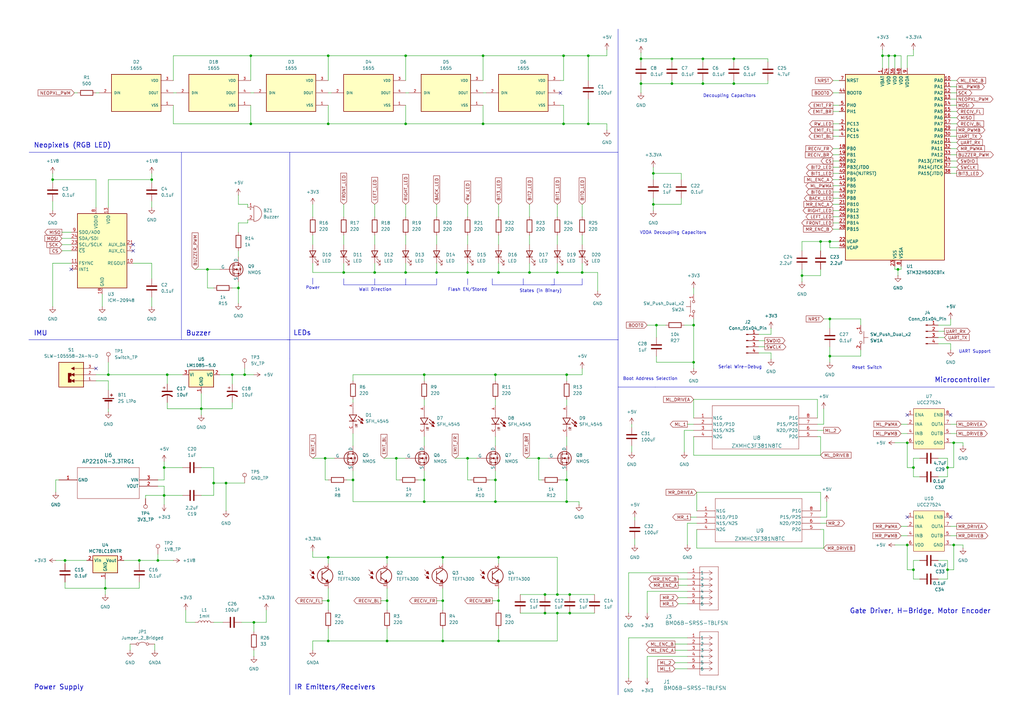
<source format=kicad_sch>
(kicad_sch (version 20231120) (generator "eeschema") (generator_version "8.0")
  (paper "A3")
  (title_block (title "Pyoro Schematic") (date "2025-11-29") (rev "2.0"))
  (junction (at 372.11 181.61))
  (junction (at 85.09 110.49))
  (junction (at 67.31 203.2))
  (junction (at 67.31 191.77))
  (junction (at 284.48 133.35))
  (junction (at 134.62 228.6))
  (junction (at 144.78 196.85))
  (junction (at 87.63 198.12))
  (junction (at 134.62 50.8))
  (junction (at 340.36 146.05))
  (junction (at 231.14 22.86))
  (junction (at 340.36 130.81))
  (junction (at 388.62 233.68))
  (junction (at 173.99 196.85))
  (junction (at 104.14 255.27))
  (junction (at 203.2 205.74))
  (junction (at 153.67 111.76))
  (junction (at 372.11 223.52))
  (junction (at 198.12 22.86))
  (junction (at 57.15 229.87))
  (junction (at 204.47 111.76))
  (junction (at 191.77 111.76))
  (junction (at 204.47 246.38))
  (junction (at 364.49 22.86))
  (junction (at 267.97 83.82))
  (junction (at 241.3 50.8))
  (junction (at 340.36 99.06))
  (junction (at 95.25 153.67))
  (junction (at 134.62 262.89))
  (junction (at 181.61 262.89))
  (junction (at 100.33 153.67))
  (junction (at 102.87 22.86))
  (junction (at 173.99 153.67))
  (junction (at 166.37 22.86))
  (junction (at 328.93 113.03))
  (junction (at 391.16 181.61))
  (junction (at 232.41 205.74))
  (junction (at 162.56 187.96))
  (junction (at 68.58 153.67))
  (junction (at 198.12 50.8))
  (junction (at 26.67 229.87))
  (junction (at 288.29 34.29))
  (junction (at 204.47 262.89))
  (junction (at 267.97 71.12))
  (junction (at 275.59 24.13))
  (junction (at 233.68 251.46))
  (junction (at 262.89 34.29))
  (junction (at 336.55 99.06))
  (junction (at 181.61 228.6))
  (junction (at 288.29 24.13))
  (junction (at 166.37 111.76))
  (junction (at 44.45 153.67))
  (junction (at 361.95 22.86))
  (junction (at 158.75 228.6))
  (junction (at 181.61 246.38))
  (junction (at 82.55 167.64))
  (junction (at 269.24 133.35))
  (junction (at 133.35 187.96))
  (junction (at 102.87 50.8))
  (junction (at 62.23 73.66))
  (junction (at 21.59 73.66))
  (junction (at 232.41 153.67))
  (junction (at 368.3 110.49))
  (junction (at 232.41 196.85))
  (junction (at 173.99 205.74))
  (junction (at 179.07 111.76))
  (junction (at 388.62 191.77))
  (junction (at 233.68 243.84))
  (junction (at 166.37 50.8))
  (junction (at 300.99 24.13))
  (junction (at 203.2 153.67))
  (junction (at 374.65 233.68))
  (junction (at 374.65 191.77))
  (junction (at 158.75 262.89))
  (junction (at 231.14 50.8))
  (junction (at 191.77 187.96))
  (junction (at 140.97 111.76))
  (junction (at 228.6 111.76))
  (junction (at 367.03 22.86))
  (junction (at 43.18 241.3))
  (junction (at 220.98 187.96))
  (junction (at 92.71 198.12))
  (junction (at 262.89 24.13))
  (junction (at 275.59 34.29))
  (junction (at 391.16 223.52))
  (junction (at 241.3 22.86))
  (junction (at 134.62 246.38))
  (junction (at 204.47 228.6))
  (junction (at 228.6 251.46))
  (junction (at 217.17 111.76))
  (junction (at 238.76 111.76))
  (junction (at 300.99 34.29))
  (junction (at 223.52 243.84))
  (junction (at 223.52 251.46))
  (junction (at 158.75 246.38))
  (junction (at 228.6 243.84))
  (junction (at 203.2 196.85))
  (junction (at 64.77 229.87))
  (junction (at 134.62 22.86))
  (junction (at 97.79 118.11))
  (junction (at 284.48 148.59))
  (no_connect (at 372.11 170.18))
  (no_connect (at 372.11 212.09))
  (no_connect (at 54.61 102.87))
  (no_connect (at 29.21 110.49))
  (no_connect (at 39.37 151.13))
  (no_connect (at 54.61 100.33))
  (no_connect (at 389.89 212.09))
  (no_connect (at 229.87 38.1))
  (no_connect (at 389.89 170.18))
  (wire (pts (xy 104.14 266.7) (xy 104.14 269.24)))
  (wire (pts (xy 62.23 107.95) (xy 62.23 114.3)))
  (wire (pts (xy 68.58 153.67) (xy 68.58 157.48)))
  (wire (pts (xy 217.17 83.82) (xy 217.17 88.9)))
  (wire (pts (xy 384.81 135.89) (xy 387.35 135.89)))
  (wire (pts (xy 374.65 229.87) (xy 377.19 229.87)))
  (wire (pts (xy 278.13 240.03) (xy 281.94 240.03)))
  (wire (pts (xy 269.24 148.59) (xy 269.24 146.05)))
  (wire (pts (xy 142.24 196.85) (xy 144.78 196.85)))
  (wire (pts (xy 389.89 71.12) (xy 392.43 71.12)))
  (wire (pts (xy 262.89 34.29) (xy 275.59 34.29)))
  (wire (pts (xy 198.12 50.8) (xy 198.12 43.18)))
  (wire (pts (xy 62.23 82.55) (xy 62.23 85.09)))
  (wire (pts (xy 374.65 237.49) (xy 377.19 237.49)))
  (wire (pts (xy 388.62 237.49) (xy 384.81 237.49)))
  (wire (pts (xy 144.78 193.04) (xy 144.78 196.85)))
  (wire (pts (xy 158.75 262.89) (xy 134.62 262.89)))
  (wire (pts (xy 279.4 73.66) (xy 279.4 71.12)))
  (wire (pts (xy 340.36 99.06) (xy 340.36 101.6)))
  (wire (pts (xy 238.76 153.67) (xy 232.41 153.67)))
  (wire (pts (xy 104.14 255.27) (xy 104.14 259.08)))
  (wire (pts (xy 134.62 246.38) (xy 134.62 250.19)))
  (wire (pts (xy 241.3 33.02) (xy 241.3 22.86)))
  (wire (pts (xy 278.13 247.65) (xy 281.94 247.65)))
  (wire (pts (xy 173.99 153.67) (xy 173.99 156.21)))
  (wire (pts (xy 372.11 233.68) (xy 374.65 233.68)))
  (wire (pts (xy 257.81 234.95) (xy 281.94 234.95)))
  (wire (pts (xy 59.69 204.47) (xy 59.69 203.2)))
  (wire (pts (xy 204.47 111.76) (xy 217.17 111.76)))
  (wire (pts (xy 232.41 179.07) (xy 232.41 182.88)))
  (wire (pts (xy 368.3 110.49) (xy 368.3 113.03)))
  (wire (pts (xy 181.61 231.14) (xy 181.61 228.6)))
  (wire (pts (xy 213.36 243.84) (xy 223.52 243.84)))
  (wire (pts (xy 361.95 22.86) (xy 361.95 27.94)))
  (wire (pts (xy 166.37 111.76) (xy 166.37 107.95)))
  (polyline (pts (xy 268.732 158.75) (xy 407.924 158.75)))
  (wire (pts (xy 284.48 186.69) (xy 336.55 186.69)))
  (wire (pts (xy 238.76 111.76) (xy 238.76 107.95)))
  (wire (pts (xy 372.11 223.52) (xy 372.11 233.68)))
  (wire (pts (xy 173.99 179.07) (xy 173.99 182.88)))
  (wire (pts (xy 369.57 173.99) (xy 372.11 173.99)))
  (wire (pts (xy 328.93 113.03) (xy 328.93 115.57)))
  (wire (pts (xy 67.31 203.2) (xy 67.31 207.01)))
  (wire (pts (xy 284.48 130.81) (xy 284.48 133.35)))
  (wire (pts (xy 344.17 73.66) (xy 341.63 73.66)))
  (wire (pts (xy 128.27 111.76) (xy 128.27 107.95)))
  (wire (pts (xy 191.77 187.96) (xy 191.77 196.85)))
  (wire (pts (xy 231.14 43.18) (xy 229.87 43.18)))
  (wire (pts (xy 203.2 163.83) (xy 203.2 166.37)))
  (wire (pts (xy 389.89 50.8) (xy 392.43 50.8)))
  (wire (pts (xy 269.24 133.35) (xy 273.05 133.35)))
  (wire (pts (xy 391.16 181.61) (xy 394.97 181.61)))
  (wire (pts (xy 389.89 43.18) (xy 392.43 43.18)))
  (wire (pts (xy 340.36 142.24) (xy 340.36 146.05)))
  (wire (pts (xy 181.61 262.89) (xy 158.75 262.89)))
  (wire (pts (xy 217.17 96.52) (xy 217.17 100.33)))
  (wire (pts (xy 275.59 33.02) (xy 275.59 34.29)))
  (wire (pts (xy 260.35 220.98) (xy 260.35 223.52)))
  (wire (pts (xy 223.52 243.84) (xy 228.6 243.84)))
  (wire (pts (xy 57.15 229.87) (xy 50.8 229.87)))
  (wire (pts (xy 68.58 167.64) (xy 82.55 167.64)))
  (wire (pts (xy 341.63 91.44) (xy 344.17 91.44)))
  (wire (pts (xy 191.77 111.76) (xy 191.77 107.95)))
  (wire (pts (xy 284.48 133.35) (xy 284.48 148.59)))
  (wire (pts (xy 201.93 246.38) (xy 204.47 246.38)))
  (wire (pts (xy 288.29 34.29) (xy 300.99 34.29)))
  (wire (pts (xy 262.89 21.59) (xy 262.89 24.13)))
  (wire (pts (xy 203.2 153.67) (xy 173.99 153.67)))
  (wire (pts (xy 341.63 93.98) (xy 344.17 93.98)))
  (wire (pts (xy 25.4 102.87) (xy 29.21 102.87)))
  (wire (pts (xy 44.45 73.66) (xy 44.45 85.09)))
  (wire (pts (xy 232.41 193.04) (xy 232.41 196.85)))
  (wire (pts (xy 231.14 50.8) (xy 231.14 43.18)))
  (wire (pts (xy 388.62 191.77) (xy 391.16 191.77)))
  (wire (pts (xy 265.43 251.46) (xy 265.43 242.57)))
  (wire (pts (xy 198.12 38.1) (xy 199.39 38.1)))
  (wire (pts (xy 280.67 133.35) (xy 284.48 133.35)))
  (wire (pts (xy 336.55 179.07) (xy 335.28 179.07)))
  (wire (pts (xy 76.2 255.27) (xy 80.01 255.27)))
  (wire (pts (xy 82.55 167.64) (xy 82.55 170.18)))
  (wire (pts (xy 76.2 250.19) (xy 76.2 255.27)))
  (wire (pts (xy 200.66 196.85) (xy 203.2 196.85)))
  (polyline (pts (xy 140.97 114.3) (xy 140.97 116.84)))
  (wire (pts (xy 388.62 233.68) (xy 391.16 233.68)))
  (wire (pts (xy 344.17 66.04) (xy 341.63 66.04)))
  (wire (pts (xy 166.37 50.8) (xy 166.37 43.18)))
  (wire (pts (xy 367.03 223.52) (xy 372.11 223.52)))
  (wire (pts (xy 288.29 24.13) (xy 300.99 24.13)))
  (wire (pts (xy 232.41 163.83) (xy 232.41 166.37)))
  (polyline (pts (xy 11.938 62.484) (xy 253.492 62.484)))
  (wire (pts (xy 389.89 33.02) (xy 392.43 33.02)))
  (wire (pts (xy 133.35 187.96) (xy 133.35 196.85)))
  (wire (pts (xy 186.69 187.96) (xy 191.77 187.96)))
  (wire (pts (xy 97.79 83.82) (xy 101.6 83.82)))
  (wire (pts (xy 140.97 111.76) (xy 140.97 107.95)))
  (wire (pts (xy 265.43 269.24) (xy 281.94 269.24)))
  (wire (pts (xy 374.65 187.96) (xy 377.19 187.96)))
  (wire (pts (xy 156.21 246.38) (xy 158.75 246.38)))
  (wire (pts (xy 392.43 219.71) (xy 389.89 219.71)))
  (wire (pts (xy 134.62 50.8) (xy 134.62 43.18)))
  (wire (pts (xy 369.57 110.49) (xy 369.57 109.22)))
  (wire (pts (xy 374.65 22.86) (xy 372.11 22.86)))
  (wire (pts (xy 353.06 146.05) (xy 340.36 146.05)))
  (wire (pts (xy 341.63 86.36) (xy 344.17 86.36)))
  (wire (pts (xy 374.65 191.77) (xy 374.65 187.96)))
  (wire (pts (xy 238.76 83.82) (xy 238.76 88.9)))
  (wire (pts (xy 181.61 246.38) (xy 181.61 250.19)))
  (wire (pts (xy 67.31 196.85) (xy 64.77 196.85)))
  (wire (pts (xy 95.25 153.67) (xy 100.33 153.67)))
  (wire (pts (xy 344.17 99.06) (xy 340.36 99.06)))
  (wire (pts (xy 92.71 198.12) (xy 87.63 198.12)))
  (wire (pts (xy 389.89 40.64) (xy 392.43 40.64)))
  (wire (pts (xy 374.65 233.68) (xy 374.65 229.87)))
  (wire (pts (xy 316.23 137.16) (xy 316.23 134.62)))
  (wire (pts (xy 391.16 181.61) (xy 389.89 181.61)))
  (polyline (pts (xy 238.76 114.3) (xy 238.76 116.84)))
  (wire (pts (xy 228.6 243.84) (xy 233.68 243.84)))
  (wire (pts (xy 392.43 215.9) (xy 389.89 215.9)))
  (wire (pts (xy 275.59 24.13) (xy 288.29 24.13)))
  (wire (pts (xy 102.87 43.18) (xy 102.87 50.8)))
  (wire (pts (xy 22.86 229.87) (xy 26.67 229.87)))
  (wire (pts (xy 97.79 118.11) (xy 97.79 124.46)))
  (wire (pts (xy 228.6 111.76) (xy 238.76 111.76)))
  (wire (pts (xy 391.16 223.52) (xy 394.97 223.52)))
  (wire (pts (xy 191.77 196.85) (xy 193.04 196.85)))
  (wire (pts (xy 267.97 83.82) (xy 279.4 83.82)))
  (wire (pts (xy 367.03 110.49) (xy 367.03 109.22)))
  (wire (pts (xy 204.47 228.6) (xy 181.61 228.6)))
  (wire (pts (xy 394.97 181.61) (xy 394.97 182.88)))
  (polyline (pts (xy 179.07 114.3) (xy 179.07 116.84)))
  (wire (pts (xy 339.09 205.74) (xy 339.09 212.09)))
  (wire (pts (xy 21.59 71.12) (xy 21.59 73.66)))
  (wire (pts (xy 101.6 83.82) (xy 101.6 85.09)))
  (wire (pts (xy 285.75 224.79) (xy 337.82 224.79)))
  (wire (pts (xy 71.12 50.8) (xy 102.87 50.8)))
  (wire (pts (xy 284.48 173.99) (xy 281.94 173.99)))
  (polyline (pts (xy 214.63 114.3) (xy 214.63 116.84)))
  (wire (pts (xy 328.93 113.03) (xy 336.55 113.03)))
  (wire (pts (xy 232.41 153.67) (xy 203.2 153.67)))
  (wire (pts (xy 181.61 257.81) (xy 181.61 262.89)))
  (wire (pts (xy 220.98 196.85) (xy 222.25 196.85)))
  (wire (pts (xy 166.37 38.1) (xy 167.64 38.1)))
  (wire (pts (xy 284.48 163.83) (xy 284.48 171.45)))
  (wire (pts (xy 29.21 107.95) (xy 21.59 107.95)))
  (polyline (pts (xy 166.37 114.3) (xy 166.37 116.84)))
  (wire (pts (xy 97.79 91.44) (xy 97.79 95.25)))
  (wire (pts (xy 82.55 167.64) (xy 95.25 167.64)))
  (polyline (pts (xy 11.811 139.319) (xy 118.999 139.319)))
  (wire (pts (xy 279.4 71.12) (xy 267.97 71.12)))
  (wire (pts (xy 341.63 33.02) (xy 344.17 33.02)))
  (wire (pts (xy 389.89 53.34) (xy 392.43 53.34)))
  (wire (pts (xy 80.01 110.49) (xy 85.09 110.49)))
  (wire (pts (xy 158.75 257.81) (xy 158.75 262.89)))
  (wire (pts (xy 231.14 33.02) (xy 229.87 33.02)))
  (wire (pts (xy 372.11 181.61) (xy 372.11 191.77)))
  (wire (pts (xy 248.92 50.8) (xy 241.3 50.8)))
  (wire (pts (xy 22.86 196.85) (xy 22.86 201.93)))
  (wire (pts (xy 391.16 223.52) (xy 391.16 233.68)))
  (wire (pts (xy 337.82 167.64) (xy 337.82 173.99)))
  (wire (pts (xy 217.17 111.76) (xy 228.6 111.76)))
  (wire (pts (xy 134.62 22.86) (xy 134.62 33.02)))
  (wire (pts (xy 341.63 78.74) (xy 344.17 78.74)))
  (wire (pts (xy 134.62 228.6) (xy 158.75 228.6)))
  (wire (pts (xy 99.06 255.27) (xy 104.14 255.27)))
  (wire (pts (xy 238.76 153.67) (xy 238.76 151.13)))
  (wire (pts (xy 231.14 22.86) (xy 241.3 22.86)))
  (wire (pts (xy 228.6 111.76) (xy 228.6 107.95)))
  (wire (pts (xy 203.2 196.85) (xy 203.2 205.74)))
  (wire (pts (xy 203.2 193.04) (xy 203.2 196.85)))
  (wire (pts (xy 204.47 246.38) (xy 204.47 250.19)))
  (wire (pts (xy 384.81 187.96) (xy 388.62 187.96)))
  (wire (pts (xy 237.49 205.74) (xy 232.41 205.74)))
  (wire (pts (xy 336.55 214.63) (xy 339.09 214.63)))
  (wire (pts (xy 228.6 251.46) (xy 233.68 251.46)))
  (wire (pts (xy 311.15 137.16) (xy 316.23 137.16)))
  (wire (pts (xy 204.47 262.89) (xy 181.61 262.89)))
  (wire (pts (xy 276.86 274.32) (xy 281.94 274.32)))
  (wire (pts (xy 162.56 196.85) (xy 163.83 196.85)))
  (wire (pts (xy 388.62 233.68) (xy 388.62 237.49)))
  (wire (pts (xy 39.37 38.1) (xy 40.64 38.1)))
  (wire (pts (xy 284.48 148.59) (xy 284.48 151.13)))
  (wire (pts (xy 257.81 278.13) (xy 257.81 261.62)))
  (wire (pts (xy 179.07 111.76) (xy 191.77 111.76)))
  (wire (pts (xy 335.28 163.83) (xy 335.28 171.45)))
  (wire (pts (xy 232.41 153.67) (xy 232.41 156.21)))
  (wire (pts (xy 153.67 96.52) (xy 153.67 100.33)))
  (wire (pts (xy 392.43 177.8) (xy 389.89 177.8)))
  (wire (pts (xy 21.59 73.66) (xy 39.37 73.66)))
  (wire (pts (xy 336.55 201.93) (xy 336.55 209.55)))
  (wire (pts (xy 285.75 201.93) (xy 336.55 201.93)))
  (wire (pts (xy 39.37 156.21) (xy 44.45 156.21)))
  (wire (pts (xy 341.63 53.34) (xy 344.17 53.34)))
  (wire (pts (xy 232.41 205.74) (xy 203.2 205.74)))
  (wire (pts (xy 367.03 27.94) (xy 367.03 22.86)))
  (wire (pts (xy 220.98 187.96) (xy 224.79 187.96)))
  (wire (pts (xy 144.78 153.67) (xy 173.99 153.67)))
  (wire (pts (xy 100.33 153.67) (xy 104.14 153.67)))
  (wire (pts (xy 204.47 83.82) (xy 204.47 88.9)))
  (wire (pts (xy 166.37 111.76) (xy 179.07 111.76)))
  (wire (pts (xy 372.11 191.77) (xy 374.65 191.77)))
  (wire (pts (xy 95.25 118.11) (xy 97.79 118.11)))
  (wire (pts (xy 276.86 271.78) (xy 281.94 271.78)))
  (wire (pts (xy 336.55 212.09) (xy 339.09 212.09)))
  (wire (pts (xy 203.2 205.74) (xy 173.99 205.74)))
  (wire (pts (xy 158.75 246.38) (xy 158.75 250.19)))
  (wire (pts (xy 389.89 140.97) (xy 389.89 143.51)))
  (wire (pts (xy 87.63 191.77) (xy 82.55 191.77)))
  (wire (pts (xy 328.93 113.03) (xy 328.93 110.49)))
  (wire (pts (xy 21.59 82.55) (xy 21.59 86.36)))
  (wire (pts (xy 311.15 144.78) (xy 316.23 144.78)))
  (wire (pts (xy 82.55 161.29) (xy 82.55 167.64)))
  (wire (pts (xy 340.36 130.81) (xy 340.36 134.62)))
  (wire (pts (xy 213.36 251.46) (xy 223.52 251.46)))
  (wire (pts (xy 153.67 111.76) (xy 166.37 111.76)))
  (wire (pts (xy 341.63 45.72) (xy 344.17 45.72)))
  (wire (pts (xy 204.47 111.76) (xy 204.47 107.95)))
  (wire (pts (xy 267.97 83.82) (xy 267.97 86.36)))
  (wire (pts (xy 166.37 50.8) (xy 198.12 50.8)))
  (wire (pts (xy 104.14 255.27) (xy 109.22 255.27)))
  (wire (pts (xy 179.07 83.82) (xy 179.07 88.9)))
  (wire (pts (xy 144.78 196.85) (xy 144.78 205.74)))
  (wire (pts (xy 384.81 140.97) (xy 389.89 140.97)))
  (wire (pts (xy 74.93 191.77) (xy 67.31 191.77)))
  (wire (pts (xy 181.61 241.3) (xy 181.61 246.38)))
  (wire (pts (xy 279.4 83.82) (xy 279.4 81.28)))
  (wire (pts (xy 134.62 257.81) (xy 134.62 262.89)))
  (wire (pts (xy 67.31 191.77) (xy 67.31 196.85)))
  (wire (pts (xy 285.75 217.17) (xy 285.75 224.79)))
  (wire (pts (xy 67.31 203.2) (xy 74.93 203.2)))
  (wire (pts (xy 265.43 242.57) (xy 281.94 242.57)))
  (wire (pts (xy 41.91 120.65) (xy 41.91 125.73)))
  (wire (pts (xy 204.47 241.3) (xy 204.47 246.38)))
  (wire (pts (xy 316.23 144.78) (xy 316.23 147.32)))
  (wire (pts (xy 341.63 71.12) (xy 344.17 71.12)))
  (wire (pts (xy 311.15 142.24) (xy 313.69 142.24)))
  (wire (pts (xy 204.47 257.81) (xy 204.47 262.89)))
  (wire (pts (xy 389.89 48.26) (xy 392.43 48.26)))
  (wire (pts (xy 374.65 195.58) (xy 377.19 195.58)))
  (wire (pts (xy 71.12 22.86) (xy 71.12 33.02)))
  (wire (pts (xy 233.68 251.46) (xy 243.84 251.46)))
  (wire (pts (xy 44.45 153.67) (xy 68.58 153.67)))
  (wire (pts (xy 389.89 38.1) (xy 392.43 38.1)))
  (wire (pts (xy 336.55 99.06) (xy 336.55 102.87)))
  (wire (pts (xy 43.18 241.3) (xy 43.18 243.84)))
  (wire (pts (xy 341.63 43.18) (xy 344.17 43.18)))
  (wire (pts (xy 300.99 34.29) (xy 300.99 33.02)))
  (wire (pts (xy 265.43 278.13) (xy 265.43 269.24)))
  (wire (pts (xy 59.69 203.2) (xy 67.31 203.2)))
  (wire (pts (xy 278.13 237.49) (xy 281.94 237.49)))
  (wire (pts (xy 341.63 60.96) (xy 344.17 60.96)))
  (polyline (pts (xy 166.37 116.84) (xy 179.07 116.84)))
  (wire (pts (xy 275.59 25.4) (xy 275.59 24.13)))
  (wire (pts (xy 369.57 177.8) (xy 372.11 177.8)))
  (wire (pts (xy 288.29 33.02) (xy 288.29 34.29)))
  (wire (pts (xy 134.62 38.1) (xy 135.89 38.1)))
  (wire (pts (xy 166.37 22.86) (xy 198.12 22.86)))
  (wire (pts (xy 369.57 219.71) (xy 372.11 219.71)))
  (wire (pts (xy 300.99 25.4) (xy 300.99 24.13)))
  (wire (pts (xy 388.62 187.96) (xy 388.62 191.77)))
  (wire (pts (xy 285.75 201.93) (xy 285.75 209.55)))
  (wire (pts (xy 262.89 34.29) (xy 262.89 38.1)))
  (wire (pts (xy 101.6 91.44) (xy 101.6 90.17)))
  (wire (pts (xy 57.15 238.76) (xy 57.15 241.3)))
  (wire (pts (xy 144.78 205.74) (xy 173.99 205.74)))
  (wire (pts (xy 284.48 163.83) (xy 335.28 163.83)))
  (wire (pts (xy 275.59 34.29) (xy 288.29 34.29)))
  (wire (pts (xy 134.62 241.3) (xy 134.62 246.38)))
  (wire (pts (xy 368.3 110.49) (xy 367.03 110.49)))
  (wire (pts (xy 85.09 118.11) (xy 85.09 110.49)))
  (wire (pts (xy 179.07 111.76) (xy 179.07 107.95)))
  (wire (pts (xy 67.31 203.2) (xy 67.31 199.39)))
  (wire (pts (xy 389.89 63.5) (xy 392.43 63.5)))
  (wire (pts (xy 314.96 24.13) (xy 314.96 25.4)))
  (wire (pts (xy 71.12 43.18) (xy 71.12 50.8)))
  (wire (pts (xy 204.47 231.14) (xy 204.47 228.6)))
  (wire (pts (xy 92.71 198.12) (xy 92.71 209.55)))
  (wire (pts (xy 384.81 133.35) (xy 389.89 133.35)))
  (wire (pts (xy 198.12 22.86) (xy 198.12 33.02)))
  (wire (pts (xy 389.89 66.04) (xy 392.43 66.04)))
  (wire (pts (xy 344.17 76.2) (xy 341.63 76.2)))
  (wire (pts (xy 259.08 182.88) (xy 259.08 185.42)))
  (wire (pts (xy 220.98 187.96) (xy 220.98 196.85)))
  (wire (pts (xy 203.2 179.07) (xy 203.2 182.88)))
  (wire (pts (xy 374.65 20.32) (xy 374.65 22.86)))
  (wire (pts (xy 367.03 181.61) (xy 372.11 181.61)))
  (wire (pts (xy 369.57 22.86) (xy 367.03 22.86)))
  (wire (pts (xy 87.63 198.12) (xy 87.63 203.2)))
  (wire (pts (xy 335.28 176.53) (xy 337.82 176.53)))
  (wire (pts (xy 64.77 227.33) (xy 64.77 229.87)))
  (wire (pts (xy 228.6 96.52) (xy 228.6 100.33)))
  (wire (pts (xy 153.67 111.76) (xy 153.67 107.95)))
  (polyline (pts (xy 226.06 116.84) (xy 238.76 116.84)))
  (wire (pts (xy 128.27 228.6) (xy 134.62 228.6)))
  (wire (pts (xy 328.93 99.06) (xy 328.93 102.87)))
  (wire (pts (xy 97.79 102.87) (xy 97.79 105.41)))
  (wire (pts (xy 57.15 231.14) (xy 57.15 229.87)))
  (wire (pts (xy 232.41 205.74) (xy 232.41 196.85)))
  (wire (pts (xy 215.9 187.96) (xy 220.98 187.96)))
  (wire (pts (xy 341.63 81.28) (xy 344.17 81.28)))
  (polyline (pts (xy 74.422 62.484) (xy 74.422 139.192)))
  (wire (pts (xy 39.37 73.66) (xy 39.37 85.09)))
  (wire (pts (xy 248.92 22.86) (xy 241.3 22.86)))
  (wire (pts (xy 68.58 165.1) (xy 68.58 167.64)))
  (wire (pts (xy 276.86 264.16) (xy 281.94 264.16)))
  (polyline (pts (xy 118.872 147.066) (xy 118.872 284.988)))
  (wire (pts (xy 340.36 130.81) (xy 353.06 130.81)))
  (wire (pts (xy 364.49 27.94) (xy 364.49 22.86)))
  (wire (pts (xy 128.27 111.76) (xy 140.97 111.76)))
  (wire (pts (xy 67.31 189.23) (xy 67.31 191.77)))
  (wire (pts (xy 337.82 217.17) (xy 336.55 217.17)))
  (wire (pts (xy 24.13 196.85) (xy 22.86 196.85)))
  (wire (pts (xy 374.65 191.77) (xy 374.65 195.58)))
  (wire (pts (xy 367.03 22.86) (xy 364.49 22.86)))
  (wire (pts (xy 140.97 83.82) (xy 140.97 88.9)))
  (wire (pts (xy 43.18 241.3) (xy 57.15 241.3)))
  (polyline (pts (xy 140.97 116.84) (xy 153.67 116.84)))
  (wire (pts (xy 132.08 246.38) (xy 134.62 246.38)))
  (wire (pts (xy 353.06 130.81) (xy 353.06 133.35)))
  (wire (pts (xy 191.77 83.82) (xy 191.77 88.9)))
  (wire (pts (xy 21.59 107.95) (xy 21.59 125.73)))
  (polyline (pts (xy 128.27 114.046) (xy 128.27 116.586)))
  (polyline (pts (xy 153.67 116.84) (xy 166.37 116.84)))
  (wire (pts (xy 53.34 266.7) (xy 53.34 264.16)))
  (wire (pts (xy 44.45 167.64) (xy 44.45 168.91)))
  (wire (pts (xy 90.17 110.49) (xy 85.09 110.49)))
  (wire (pts (xy 198.12 50.8) (xy 231.14 50.8)))
  (wire (pts (xy 179.07 246.38) (xy 181.61 246.38)))
  (wire (pts (xy 26.67 238.76) (xy 26.67 241.3)))
  (wire (pts (xy 300.99 34.29) (xy 314.96 34.29)))
  (wire (pts (xy 71.12 22.86) (xy 102.87 22.86)))
  (wire (pts (xy 341.63 38.1) (xy 344.17 38.1)))
  (wire (pts (xy 281.94 214.63) (xy 281.94 223.52)))
  (wire (pts (xy 162.56 187.96) (xy 162.56 196.85)))
  (wire (pts (xy 267.97 68.58) (xy 267.97 71.12)))
  (wire (pts (xy 191.77 111.76) (xy 204.47 111.76)))
  (wire (pts (xy 62.23 71.12) (xy 62.23 73.66)))
  (wire (pts (xy 109.22 255.27) (xy 109.22 250.19)))
  (wire (pts (xy 280.67 176.53) (xy 280.67 185.42)))
  (wire (pts (xy 353.06 143.51) (xy 353.06 146.05)))
  (wire (pts (xy 95.25 165.1) (xy 95.25 167.64)))
  (wire (pts (xy 64.77 229.87) (xy 71.12 229.87)))
  (wire (pts (xy 392.43 60.96) (xy 389.89 60.96)))
  (wire (pts (xy 30.48 38.1) (xy 31.75 38.1)))
  (wire (pts (xy 63.5 266.7) (xy 63.5 264.16)))
  (wire (pts (xy 340.36 101.6) (xy 344.17 101.6)))
  (wire (pts (xy 231.14 50.8) (xy 241.3 50.8)))
  (wire (pts (xy 134.62 50.8) (xy 166.37 50.8)))
  (wire (pts (xy 269.24 138.43) (xy 269.24 133.35)))
  (wire (pts (xy 237.49 205.74) (xy 237.49 207.01)))
  (wire (pts (xy 26.67 241.3) (xy 43.18 241.3)))
  (wire (pts (xy 389.89 68.58) (xy 392.43 68.58)))
  (wire (pts (xy 394.97 223.52) (xy 394.97 224.79)))
  (wire (pts (xy 340.36 99.06) (xy 336.55 99.06)))
  (wire (pts (xy 260.35 212.09) (xy 260.35 213.36)))
  (wire (pts (xy 97.79 80.01) (xy 97.79 83.82)))
  (wire (pts (xy 265.43 133.35) (xy 269.24 133.35)))
  (wire (pts (xy 140.97 111.76) (xy 153.67 111.76)))
  (wire (pts (xy 337.82 217.17) (xy 337.82 224.79)))
  (wire (pts (xy 341.63 68.58) (xy 344.17 68.58)))
  (wire (pts (xy 44.45 148.59) (xy 44.45 153.67)))
  (wire (pts (xy 228.6 83.82) (xy 228.6 88.9)))
  (wire (pts (xy 285.75 212.09) (xy 283.21 212.09)))
  (wire (pts (xy 158.75 228.6) (xy 158.75 231.14)))
  (wire (pts (xy 166.37 22.86) (xy 166.37 33.02)))
  (wire (pts (xy 276.86 266.7) (xy 281.94 266.7)))
  (wire (pts (xy 223.52 251.46) (xy 228.6 251.46)))
  (wire (pts (xy 62.23 121.92) (xy 62.23 125.73)))
  (wire (pts (xy 361.95 22.86) (xy 364.49 22.86)))
  (wire (pts (xy 389.89 45.72) (xy 392.43 45.72)))
  (polyline (pts (xy 118.872 62.484) (xy 118.872 147.066)))
  (wire (pts (xy 341.63 55.88) (xy 344.17 55.88)))
  (wire (pts (xy 245.11 111.76) (xy 238.76 111.76)))
  (wire (pts (xy 102.87 38.1) (xy 104.14 38.1)))
  (wire (pts (xy 100.33 151.13) (xy 100.33 153.67)))
  (wire (pts (xy 39.37 153.67) (xy 44.45 153.67)))
  (wire (pts (xy 134.62 22.86) (xy 166.37 22.86)))
  (wire (pts (xy 102.87 22.86) (xy 134.62 22.86)))
  (wire (pts (xy 267.97 81.28) (xy 267.97 83.82)))
  (wire (pts (xy 369.57 215.9) (xy 372.11 215.9)))
  (wire (pts (xy 133.35 187.96) (xy 137.16 187.96)))
  (wire (pts (xy 238.76 96.52) (xy 238.76 100.33)))
  (wire (pts (xy 278.13 245.11) (xy 281.94 245.11)))
  (wire (pts (xy 341.63 83.82) (xy 344.17 83.82)))
  (wire (pts (xy 87.63 255.27) (xy 91.44 255.27)))
  (wire (pts (xy 191.77 187.96) (xy 195.58 187.96)))
  (wire (pts (xy 341.63 50.8) (xy 344.17 50.8)))
  (wire (pts (xy 95.25 153.67) (xy 95.25 157.48)))
  (wire (pts (xy 25.4 97.79) (xy 29.21 97.79)))
  (wire (pts (xy 128.27 96.52) (xy 128.27 100.33)))
  (wire (pts (xy 328.93 99.06) (xy 336.55 99.06)))
  (polyline (pts (xy 214.63 116.84) (xy 227.33 116.84)))
  (wire (pts (xy 288.29 25.4) (xy 288.29 24.13)))
  (wire (pts (xy 171.45 196.85) (xy 173.99 196.85)))
  (wire (pts (xy 267.97 71.12) (xy 267.97 73.66)))
  (wire (pts (xy 311.15 139.7) (xy 313.69 139.7)))
  (wire (pts (xy 62.23 73.66) (xy 44.45 73.66)))
  (wire (pts (xy 62.23 74.93) (xy 62.23 73.66)))
  (wire (pts (xy 388.62 229.87) (xy 388.62 233.68)))
  (wire (pts (xy 392.43 173.99) (xy 389.89 173.99)))
  (wire (pts (xy 340.36 146.05) (xy 340.36 148.59)))
  (wire (pts (xy 25.4 95.25) (xy 29.21 95.25)))
  (wire (pts (xy 158.75 241.3) (xy 158.75 246.38)))
  (wire (pts (xy 87.63 191.77) (xy 87.63 198.12)))
  (wire (pts (xy 97.79 91.44) (xy 101.6 91.44)))
  (wire (pts (xy 269.24 148.59) (xy 284.48 148.59)))
  (wire (pts (xy 389.89 133.35) (xy 389.89 130.81)))
  (wire (pts (xy 133.35 196.85) (xy 134.62 196.85)))
  (wire (pts (xy 102.87 50.8) (xy 134.62 50.8)))
  (wire (pts (xy 64.77 199.39) (xy 67.31 199.39)))
  (wire (pts (xy 144.78 153.67) (xy 144.78 156.21)))
  (wire (pts (xy 54.61 107.95) (xy 62.23 107.95)))
  (wire (pts (xy 228.6 243.84) (xy 228.6 228.6)))
  (wire (pts (xy 128.27 83.82) (xy 128.27 88.9)))
  (wire (pts (xy 231.14 22.86) (xy 231.14 33.02)))
  (wire (pts (xy 388.62 191.77) (xy 388.62 195.58)))
  (wire (pts (xy 57.15 229.87) (xy 64.77 229.87)))
  (wire (pts (xy 44.45 156.21) (xy 44.45 160.02)))
  (polyline (pts (xy 201.93 116.84) (xy 214.63 116.84)))
  (wire (pts (xy 369.57 27.94) (xy 369.57 22.86)))
  (wire (pts (xy 248.92 53.34) (xy 248.92 50.8)))
  (wire (pts (xy 284.48 118.11) (xy 284.48 120.65)))
  (wire (pts (xy 144.78 177.8) (xy 144.78 182.88)))
  (wire (pts (xy 157.48 187.96) (xy 162.56 187.96)))
  (wire (pts (xy 204.47 96.52) (xy 204.47 100.33)))
  (wire (pts (xy 140.97 96.52) (xy 140.97 100.33)))
  (wire (pts (xy 335.28 173.99) (xy 337.82 173.99)))
  (wire (pts (xy 248.92 20.32) (xy 248.92 22.86)))
  (wire (pts (xy 87.63 203.2) (xy 82.55 203.2)))
  (polyline (pts (xy 153.67 114.3) (xy 153.67 116.84)))
  (wire (pts (xy 162.56 187.96) (xy 166.37 187.96)))
  (wire (pts (xy 144.78 163.83) (xy 144.78 165.1)))
  (wire (pts (xy 181.61 228.6) (xy 158.75 228.6)))
  (wire (pts (xy 262.89 24.13) (xy 275.59 24.13)))
  (wire (pts (xy 257.81 234.95) (xy 257.81 251.46)))
  (wire (pts (xy 257.81 261.62) (xy 281.94 261.62)))
  (wire (pts (xy 388.62 195.58) (xy 384.81 195.58)))
  (wire (pts (xy 341.63 63.5) (xy 344.17 63.5)))
  (wire (pts (xy 43.18 241.3) (xy 43.18 237.49)))
  (wire (pts (xy 391.16 181.61) (xy 391.16 191.77)))
  (polyline (pts (xy 117.729 139.319) (xy 253.619 139.319)))
  (wire (pts (xy 153.67 83.82) (xy 153.67 88.9)))
  (wire (pts (xy 228.6 251.46) (xy 228.6 262.89)))
  (polyline (pts (xy 253.492 11.938) (xy 253.492 284.988)))
  (wire (pts (xy 337.82 130.81) (xy 340.36 130.81)))
  (wire (pts (xy 85.09 118.11) (xy 87.63 118.11)))
  (wire (pts (xy 134.62 228.6) (xy 134.62 231.14)))
  (wire (pts (xy 389.89 35.56) (xy 392.43 35.56)))
  (wire (pts (xy 68.58 153.67) (xy 74.93 153.67)))
  (wire (pts (xy 361.95 20.32) (xy 361.95 22.86)))
  (wire (pts (xy 384.81 138.43) (xy 387.35 138.43)))
  (wire (pts (xy 198.12 22.86) (xy 231.14 22.86)))
  (polyline (pts (xy 191.77 114.3) (xy 191.77 116.84)))
  (wire (pts (xy 314.96 34.29) (xy 314.96 33.02)))
  (wire (pts (xy 233.68 243.84) (xy 243.84 243.84)))
  (wire (pts (xy 284.48 179.07) (xy 284.48 186.69)))
  (wire (pts (xy 173.99 193.04) (xy 173.99 196.85)))
  (wire (pts (xy 217.17 111.76) (xy 217.17 107.95)))
  (wire (pts (xy 100.33 198.12) (xy 92.71 198.12)))
  (wire (pts (xy 166.37 83.82) (xy 166.37 88.9)))
  (wire (pts (xy 384.81 229.87) (xy 388.62 229.87)))
  (wire (pts (xy 300.99 24.13) (xy 314.96 24.13)))
  (wire (pts (xy 259.08 173.99) (xy 259.08 175.26)))
  (wire (pts (xy 26.67 229.87) (xy 26.67 231.14)))
  (wire (pts (xy 368.3 110.49) (xy 369.57 110.49)))
  (wire (pts (xy 372.11 22.86) (xy 372.11 27.94)))
  (polyline (pts (xy 227.33 114.3) (xy 227.33 116.84)))
  (wire (pts (xy 285.75 214.63) (xy 281.94 214.63)))
  (wire (pts (xy 341.63 88.9) (xy 344.17 88.9)))
  (wire (pts (xy 173.99 163.83) (xy 173.99 166.37)))
  (wire (pts (xy 26.67 229.87) (xy 35.56 229.87)))
  (wire (pts (xy 374.65 233.68) (xy 374.65 237.49)))
  (wire (pts (xy 262.89 33.02) (xy 262.89 34.29)))
  (wire (pts (xy 229.87 196.85) (xy 232.41 196.85)))
  (wire (pts (xy 392.43 55.88) (xy 389.89 55.88)))
  (wire (pts (xy 25.4 100.33) (xy 29.21 100.33)))
  (wire (pts (xy 204.47 262.89) (xy 228.6 262.89)))
  (wire (pts (xy 166.37 96.52) (xy 166.37 100.33)))
  (wire (pts (xy 336.55 113.03) (xy 336.55 110.49)))
  (wire (pts (xy 245.11 111.76) (xy 245.11 119.38)))
  (wire (pts (xy 204.47 228.6) (xy 228.6 228.6)))
  (wire (pts (xy 191.77 96.52) (xy 191.77 100.33)))
  (wire (pts (xy 71.12 38.1) (xy 72.39 38.1)))
  (wire (pts (xy 128.27 262.89) (xy 134.62 262.89)))
  (wire (pts (xy 128.27 262.89) (xy 128.27 266.7)))
  (wire (pts (xy 90.17 153.67) (xy 95.25 153.67)))
  (wire (pts (xy 179.07 96.52) (xy 179.07 100.33)))
  (wire (pts (xy 173.99 196.85) (xy 173.99 205.74)))
  (wire (pts (xy 128.27 226.06) (xy 128.27 228.6)))
  (wire (pts (xy 336.55 179.07) (xy 336.55 186.69)))
  (wire (pts (xy 21.59 73.66) (xy 21.59 74.93)))
  (wire (pts (xy 389.89 58.42) (xy 392.43 58.42)))
  (wire (pts (xy 241.3 40.64) (xy 241.3 50.8)))
  (wire (pts (xy 203.2 153.67) (xy 203.2 156.21)))
  (polyline (pts (xy 201.93 114.3) (xy 201.93 116.84)))
  (wire (pts (xy 102.87 22.86) (xy 102.87 33.02)))
  (wire (pts (xy 284.48 176.53) (xy 280.67 176.53)))
  (polyline (pts (xy 253.492 158.75) (xy 268.732 158.75)))
  (wire (pts (xy 391.16 223.52) (xy 389.89 223.52)))
  (wire (pts (xy 97.79 115.57) (xy 97.79 118.11)))
  (wire (pts (xy 128.27 187.96) (xy 133.35 187.96)))
  (wire (pts (xy 262.89 25.4) (xy 262.89 24.13)))
  (text "Power Supply" (at 24.13 281.94 0) (effects (font (size 2 2) (thickness 0.254) (bold yes))))
  (text "Neopixels (RGB LED)" (at 29.718 59.69 0) (effects (font (size 2 2) (thickness 0.254) (bold yes))))
  (text "LEDs" (at 123.952 136.652 0) (effects (font (size 2 2) (thickness 0.254) (bold yes))))
  (text "States (in Binary)" (at 221.742 119.38 0) (effects (font (size 1.27 1.27))))
  (text "VDDA Decoupling Capacitors" (at 276.098 95.504 0) (effects (font (size 1.27 1.27))))
  (text "Wall Direction" (at 153.924 118.872 0) (effects (font (size 1.27 1.27))))
  (text "UART Support" (at 399.796 144.272 0) (effects (font (size 1.27 1.27))))
  (text "Flash EN/Stored" (at 191.77 118.872 0) (effects (font (size 1.27 1.27))))
  (text "Buzzer" (at 81.407 136.779 0) (effects (font (size 2 2) (thickness 0.254) (bold yes))))
  (text "Boot Address Selection" (at 266.7 155.448 0) (effects (font (size 1.27 1.27))))
  (text "Power" (at 128.27 118.11 0) (effects (font (size 1.27 1.27))))
  (text "IMU" (at 16.637 136.779 0) (effects (font (size 2 2) (thickness 0.254) (bold yes))))
  (text "Serial Wire-Debug" (at 303.53 150.622 0) (effects (font (size 1.27 1.27))))
  (text "Reset Switch" (at 355.6 150.876 0) (effects (font (size 1.27 1.27))))
  (text "Gate Driver, H-Bridge, Motor Encoder" (at 377.444 250.698 0) (effects (font (size 2 2) (thickness 0.254) (bold yes))))
  (text "Decoupling Capacitors" (at 299.212 39.37 0) (effects (font (size 1.27 1.27))))
  (text "IR Emitters/Receivers" (at 137.414 281.94 0) (effects (font (size 2 2) (thickness 0.254) (bold yes))))
  (text "Microcontroller" (at 394.716 155.956 0) (effects (font (size 2 2) (thickness 0.254) (bold yes))))
  (global_label "MR_1" (shape output) (at 283.21 212.09 180) (property "Intersheetrefs" "${INTERSHEET_REFS}" (effects (hide yes))))
  (global_label "MR_PWMA" (shape input) (at 392.43 60.96 0) (property "Intersheetrefs" "${INTERSHEET_REFS}" (effects (hide yes))))
  (global_label "MR_ENC_B" (shape output) (at 278.13 237.49 180) (property "Intersheetrefs" "${INTERSHEET_REFS}" (effects (hide yes))))
  (global_label "SCK" (shape input) (at 25.4 100.33 180) (property "Intersheetrefs" "${INTERSHEET_REFS}" (effects (hide yes))))
  (global_label "MR_ENC_B" (shape input) (at 341.63 93.98 180) (property "Intersheetrefs" "${INTERSHEET_REFS}" (effects (hide yes))))
  (global_label "LEFT_LED" (shape output) (at 341.63 88.9 180) (property "Intersheetrefs" "${INTERSHEET_REFS}" (effects (hide yes))))
  (global_label "NEOPXL_PWM" (shape input) (at 30.48 38.1 180) (property "Intersheetrefs" "${INTERSHEET_REFS}" (effects (hide yes))))
  (global_label "FRONT_LED" (shape output) (at 341.63 91.44 180) (property "Intersheetrefs" "${INTERSHEET_REFS}" (effects (hide yes))))
  (global_label "MR_DRIVEB" (shape input) (at 337.82 224.79 0) (property "Intersheetrefs" "${INTERSHEET_REFS}" (effects (hide yes))))
  (global_label "CS" (shape output) (at 341.63 66.04 180) (property "Intersheetrefs" "${INTERSHEET_REFS}" (effects (hide yes))))
  (global_label "ML_ENC_B" (shape output) (at 276.86 264.16 180) (property "Intersheetrefs" "${INTERSHEET_REFS}" (effects (hide yes))))
  (global_label "RECIV_FR" (shape input) (at 341.63 60.96 180) (property "Intersheetrefs" "${INTERSHEET_REFS}" (effects (hide yes))))
  (global_label "EMIT_FL" (shape output) (at 341.63 53.34 180) (property "Intersheetrefs" "${INTERSHEET_REFS}" (effects (hide yes))))
  (global_label "EMIT_FR" (shape output) (at 341.63 43.18 180) (property "Intersheetrefs" "${INTERSHEET_REFS}" (effects (hide yes))))
  (global_label "SWDIO" (shape output) (at 313.69 139.7 0) (property "Intersheetrefs" "${INTERSHEET_REFS}" (effects (hide yes))))
  (global_label "EMIT_FL" (shape input) (at 128.27 187.96 90) (property "Intersheetrefs" "${INTERSHEET_REFS}" (effects (hide yes))))
  (global_label "UART_TX" (shape output) (at 392.43 55.88 0) (property "Intersheetrefs" "${INTERSHEET_REFS}" (effects (hide yes))))
  (global_label "NRST" (shape input) (at 341.63 33.02 180) (property "Intersheetrefs" "${INTERSHEET_REFS}" (effects (hide yes))))
  (global_label "RECIV_BL" (shape output) (at 156.21 246.38 180) (property "Intersheetrefs" "${INTERSHEET_REFS}" (effects (hide yes))))
  (global_label "BIT0_LED" (shape input) (at 238.76 83.82 90) (property "Intersheetrefs" "${INTERSHEET_REFS}" (effects (hide yes))))
  (global_label "RECIV_BL" (shape input) (at 392.43 50.8 0) (property "Intersheetrefs" "${INTERSHEET_REFS}" (effects (hide yes))))
  (global_label "MR_1" (shape input) (at 278.13 247.65 180) (property "Intersheetrefs" "${INTERSHEET_REFS}" (effects (hide yes))))
  (global_label "UART_RX" (shape output) (at 387.35 135.89 0) (property "Intersheetrefs" "${INTERSHEET_REFS}" (effects (hide yes))))
  (global_label "RW_LED" (shape input) (at 191.77 83.82 90) (property "Intersheetrefs" "${INTERSHEET_REFS}" (effects (hide yes))))
  (global_label "RIGHT_LED" (shape input) (at 166.37 83.82 90) (property "Intersheetrefs" "${INTERSHEET_REFS}" (effects (hide yes))))
  (global_label "EMIT_BR" (shape output) (at 341.63 45.72 180) (property "Intersheetrefs" "${INTERSHEET_REFS}" (effects (hide yes))))
  (global_label "BIT0_LED" (shape output) (at 341.63 78.74 180) (property "Intersheetrefs" "${INTERSHEET_REFS}" (effects (hide yes))))
  (global_label "EMIT_BR" (shape input) (at 215.9 187.96 90) (property "Intersheetrefs" "${INTERSHEET_REFS}" (effects (hide yes))))
  (global_label "MISO" (shape input) (at 392.43 48.26 0) (property "Intersheetrefs" "${INTERSHEET_REFS}" (effects (hide yes))))
  (global_label "BOOT0" (shape input) (at 341.63 38.1 180) (property "Intersheetrefs" "${INTERSHEET_REFS}" (effects (hide yes))))
  (global_label "MR_ENC_A" (shape output) (at 278.13 240.03 180) (property "Intersheetrefs" "${INTERSHEET_REFS}" (effects (hide yes))))
  (global_label "RECIV_BR" (shape output) (at 201.93 246.38 180) (property "Intersheetrefs" "${INTERSHEET_REFS}" (effects (hide yes))))
  (global_label "MR_DRIVEA" (shape output) (at 392.43 215.9 0) (property "Intersheetrefs" "${INTERSHEET_REFS}" (effects (hide yes))))
  (global_label "RECIV_FL" (shape input) (at 392.43 45.72 0) (property "Intersheetrefs" "${INTERSHEET_REFS}" (effects (hide yes))))
  (global_label "SWCLK" (shape output) (at 313.69 142.24 0) (property "Intersheetrefs" "${INTERSHEET_REFS}" (effects (hide yes))))
  (global_label "UART_RX" (shape input) (at 392.43 58.42 0) (property "Intersheetrefs" "${INTERSHEET_REFS}" (effects (hide yes))))
  (global_label "ML_ENC_A" (shape input) (at 341.63 73.66 180) (property "Intersheetrefs" "${INTERSHEET_REFS}" (effects (hide yes))))
  (global_label "ML_DRIVEB" (shape input) (at 336.55 186.69 0) (property "Intersheetrefs" "${INTERSHEET_REFS}" (effects (hide yes))))
  (global_label "UART_TX" (shape input) (at 387.35 138.43 0) (property "Intersheetrefs" "${INTERSHEET_REFS}" (effects (hide yes))))
  (global_label "RECIV_FR" (shape output) (at 179.07 246.38 180) (property "Intersheetrefs" "${INTERSHEET_REFS}" (effects (hide yes))))
  (global_label "ML_DRIVEA" (shape input) (at 284.48 163.83 180) (property "Intersheetrefs" "${INTERSHEET_REFS}" (effects (hide yes))))
  (global_label "BOOT0" (shape input) (at 265.43 133.35 180) (property "Intersheetrefs" "${INTERSHEET_REFS}" (effects (hide yes))))
  (global_label "ML_DRIVEB" (shape output) (at 392.43 177.8 0) (property "Intersheetrefs" "${INTERSHEET_REFS}" (effects (hide yes))))
  (global_label "FRONT_LED" (shape input) (at 140.97 83.82 90) (property "Intersheetrefs" "${INTERSHEET_REFS}" (effects (hide yes))))
  (global_label "ML_PWMA" (shape input) (at 369.57 173.99 180) (property "Intersheetrefs" "${INTERSHEET_REFS}" (effects (hide yes))))
  (global_label "ML_PWMB" (shape output) (at 392.43 35.56 0) (property "Intersheetrefs" "${INTERSHEET_REFS}" (effects (hide yes))))
  (global_label "ML_PWMB" (shape input) (at 369.57 177.8 180) (property "Intersheetrefs" "${INTERSHEET_REFS}" (effects (hide yes))))
  (global_label "ML_1" (shape input) (at 276.86 274.32 180) (property "Intersheetrefs" "${INTERSHEET_REFS}" (effects (hide yes))))
  (global_label "EMIT_BL" (shape output) (at 341.63 55.88 180) (property "Intersheetrefs" "${INTERSHEET_REFS}" (effects (hide yes))))
  (global_label "BIT2_LED" (shape output) (at 341.63 68.58 180) (property "Intersheetrefs" "${INTERSHEET_REFS}" (effects (hide yes))))
  (global_label "BACK_LED" (shape output) (at 341.63 81.28 180) (property "Intersheetrefs" "${INTERSHEET_REFS}" (effects (hide yes))))
  (global_label "NRST" (shape input) (at 337.82 130.81 180) (property "Intersheetrefs" "${INTERSHEET_REFS}" (effects (hide yes))))
  (global_label "MISO" (shape output) (at 25.4 95.25 180) (property "Intersheetrefs" "${INTERSHEET_REFS}" (effects (hide yes))))
  (global_label "MR_PWMB" (shape input) (at 369.57 219.71 180) (property "Intersheetrefs" "${INTERSHEET_REFS}" (effects (hide yes))))
  (global_label "BUZZER_PWM" (shape output) (at 392.43 63.5 0) (property "Intersheetrefs" "${INTERSHEET_REFS}" (effects (hide yes))))
  (global_label "ML_1" (shape output) (at 281.94 173.99 180) (property "Intersheetrefs" "${INTERSHEET_REFS}" (effects (hide yes))))
  (global_label "RECIV_FL" (shape output) (at 132.08 246.38 180) (property "Intersheetrefs" "${INTERSHEET_REFS}" (effects (hide yes))))
  (global_label "ML_2" (shape input) (at 276.86 271.78 180) (property "Intersheetrefs" "${INTERSHEET_REFS}" (effects (hide yes))))
  (global_label "ML_ENC_B" (shape input) (at 392.43 33.02 0) (property "Intersheetrefs" "${INTERSHEET_REFS}" (effects (hide yes))))
  (global_label "BIT2_LED" (shape input) (at 217.17 83.82 90) (property "Intersheetrefs" "${INTERSHEET_REFS}" (effects (hide yes))))
  (global_label "BIT1_LED" (shape output) (at 341.63 71.12 180) (property "Intersheetrefs" "${INTERSHEET_REFS}" (effects (hide yes))))
  (global_label "ML_PWMA" (shape output) (at 341.63 76.2 180) (property "Intersheetrefs" "${INTERSHEET_REFS}" (effects (hide yes))))
  (global_label "LEFT_LED" (shape input) (at 153.67 83.82 90) (property "Intersheetrefs" "${INTERSHEET_REFS}" (effects (hide yes))))
  (global_label "EMIT_FR" (shape input) (at 186.69 187.96 90) (property "Intersheetrefs" "${INTERSHEET_REFS}" (effects (hide yes))))
  (global_label "MR_2" (shape output) (at 339.09 214.63 0) (property "Intersheetrefs" "${INTERSHEET_REFS}" (effects (hide yes))))
  (global_label "EMIT_BL" (shape input) (at 157.48 187.96 90) (property "Intersheetrefs" "${INTERSHEET_REFS}" (effects (hide yes))))
  (global_label "BACK_LED" (shape input) (at 179.07 83.82 90) (property "Intersheetrefs" "${INTERSHEET_REFS}" (effects (hide yes))))
  (global_label "MOSI" (shape input) (at 25.4 97.79 180) (property "Intersheetrefs" "${INTERSHEET_REFS}" (effects (hide yes))))
  (global_label "MR_PWMA" (shape input) (at 369.57 215.9 180) (property "Intersheetrefs" "${INTERSHEET_REFS}" (effects (hide yes))))
  (global_label "MR_2" (shape input) (at 278.13 245.11 180) (property "Intersheetrefs" "${INTERSHEET_REFS}" (effects (hide yes))))
  (global_label "BUZZER_PWM" (shape input) (at 80.01 110.49 90) (property "Intersheetrefs" "${INTERSHEET_REFS}" (effects (hide yes))))
  (global_label "MR_PWMB" (shape output) (at 392.43 53.34 0) (property "Intersheetrefs" "${INTERSHEET_REFS}" (effects (hide yes))))
  (global_label "MR_ENC_A" (shape input) (at 341.63 83.82 180) (property "Intersheetrefs" "${INTERSHEET_REFS}" (effects (hide yes))))
  (global_label "ML_2" (shape output) (at 337.82 176.53 0) (property "Intersheetrefs" "${INTERSHEET_REFS}" (effects (hide yes))))
  (global_label "RW_LED" (shape output) (at 341.63 50.8 180) (property "Intersheetrefs" "${INTERSHEET_REFS}" (effects (hide yes))))
  (global_label "MR_DRIVEA" (shape input) (at 285.75 201.93 180) (property "Intersheetrefs" "${INTERSHEET_REFS}" (effects (hide yes))))
  (global_label "BIT1_LED" (shape input) (at 228.6 83.82 90) (property "Intersheetrefs" "${INTERSHEET_REFS}" (effects (hide yes))))
  (global_label "MR_DRIVEB" (shape output) (at 392.43 219.71 0) (property "Intersheetrefs" "${INTERSHEET_REFS}" (effects (hide yes))))
  (global_label "MOSI" (shape output) (at 392.43 43.18 0) (property "Intersheetrefs" "${INTERSHEET_REFS}" (effects (hide yes))))
  (global_label "RIGHT_LED" (shape output) (at 341.63 86.36 180) (property "Intersheetrefs" "${INTERSHEET_REFS}" (effects (hide yes))))
  (global_label "BIT3_LED" (shape input) (at 204.47 83.82 90) (property "Intersheetrefs" "${INTERSHEET_REFS}" (effects (hide yes))))
  (global_label "NEOPXL_PWM" (shape output) (at 392.43 40.64 0) (property "Intersheetrefs" "${INTERSHEET_REFS}" (effects (hide yes))))
  (global_label "RECIV_BR" (shape input) (at 341.63 63.5 180) (property "Intersheetrefs" "${INTERSHEET_REFS}" (effects (hide yes))))
  (global_label "SCK" (shape output) (at 392.43 38.1 0) (property "Intersheetrefs" "${INTERSHEET_REFS}" (effects (hide yes))))
  (global_label "BIT3_LED" (shape output) (at 392.43 71.12 0) (property "Intersheetrefs" "${INTERSHEET_REFS}" (effects (hide yes))))
  (global_label "SWDIO" (shape input) (at 392.43 66.04 0) (property "Intersheetrefs" "${INTERSHEET_REFS}" (effects (hide yes))))
  (global_label "CS" (shape input) (at 25.4 102.87 180) (property "Intersheetrefs" "${INTERSHEET_REFS}" (effects (hide yes))))
  (global_label "SWCLK" (shape input) (at 392.43 68.58 0) (property "Intersheetrefs" "${INTERSHEET_REFS}" (effects (hide yes))))
  (global_label "ML_DRIVEA" (shape output) (at 392.43 173.99 0) (property "Intersheetrefs" "${INTERSHEET_REFS}" (effects (hide yes))))
  (global_label "ML_ENC_A" (shape output) (at 276.86 266.7 180) (property "Intersheetrefs" "${INTERSHEET_REFS}" (effects (hide yes))))
  (symbol (lib_id "Device:C") (at 62.23 118.11 0) (unit 1)
    (property "Reference" "C2" (at 66.04 116.8399 0) (effects (justify left)))
    (property "Value" "0.1uF" (at 66.04 119.3799 0) (effects (justify left)))
    (property "Footprint" "Capacitor_SMD:C_1206_3216Metric_Pad1.33x1.80mm_HandSolder" (effects (hide yes)))
    (property "Datasheet" "https://www.yageogroup.com/content/datasheet/asset/file/KEM_C1002_X7R_SMD" (effects (hide yes)))
    (property "Description" "Unpolarized capacitor" (effects (hide yes)))
  )
  (symbol (lib_id "Device:R") (at 238.76 92.71 0) (unit 1)
    (property "Reference" "R25" (at 241.3 91.4399 0) (effects (justify left)))
    (property "Value" "220" (at 241.3 93.9799 0) (effects (justify left)))
    (property "Footprint" "Resistor_SMD:R_0603_1608Metric_Pad0.98x0.95mm_HandSolder" (effects (hide yes)))
    (property "Datasheet" "https://www.yageogroup.com/content/datasheet/asset/file/PYU-RC_GROUP_51_ROHS_L" (effects (hide yes)))
    (property "Description" "Resistor" (effects (hide yes)))
  )
  (symbol (lib_id "power:+3.3VA") (at 109.22 250.19 0) (unit 1)
    (property "Reference" "#PWR047" (effects (hide yes)))
    (property "Value" "+3.3VA" (at 109.22 245.11 0))
    (property "Description" "Power symbol creates a global label with name \"+3.3VA\"" (effects (hide yes)))
  )
  (symbol (lib_id "Device:C") (at 267.97 77.47 0) (unit 1)
    (property "Reference" "C21" (at 271.78 76.1999 0) (effects (justify left)))
    (property "Value" "1uF" (at 271.78 78.7399 0) (effects (justify left)))
    (property "Footprint" "Capacitor_SMD:C_1206_3216Metric_Pad1.33x1.80mm_HandSolder" (effects (hide yes)))
    (property "Datasheet" "https://weblib.samsungsem.com/mlcc/mlcc-ec-data-sheet.do?partNumber=CL05Y105KP6VPN" (effects (hide yes)))
    (property "Description" "Unpolarized capacitor" (effects (hide yes)))
  )
  (symbol (lib_id "Device:R") (at 173.99 160.02 0) (unit 1)
    (property "Reference" "R9" (at 176.53 158.7499 0) (effects (justify left)))
    (property "Value" "220" (at 176.53 161.2899 0) (effects (justify left)))
    (property "Footprint" "Resistor_SMD:R_0603_1608Metric_Pad0.98x0.95mm_HandSolder" (effects (hide yes)))
    (property "Datasheet" "https://www.yageogroup.com/content/datasheet/asset/file/PYU-RC_GROUP_51_ROHS_L" (effects (hide yes)))
    (property "Description" "Resistor" (effects (hide yes)))
  )
  (symbol (lib_id "Device:R") (at 217.17 92.71 0) (unit 1)
    (property "Reference" "R23" (at 219.71 91.4399 0) (effects (justify left)))
    (property "Value" "220" (at 219.71 93.9799 0) (effects (justify left)))
    (property "Footprint" "Resistor_SMD:R_0603_1608Metric_Pad0.98x0.95mm_HandSolder" (effects (hide yes)))
    (property "Datasheet" "https://www.yageogroup.com/content/datasheet/asset/file/PYU-RC_GROUP_51_ROHS_L" (effects (hide yes)))
    (property "Description" "Resistor" (effects (hide yes)))
  )
  (symbol (lib_id "power:+3.3VA") (at 374.65 20.32 0) (unit 1)
    (property "Reference" "#PWR044" (effects (hide yes)))
    (property "Value" "+3.3VA" (at 374.65 15.24 0))
    (property "Description" "Power symbol creates a global label with name \"+3.3VA\"" (effects (hide yes)))
  )
  (symbol (lib_id "Device:C") (at 21.59 78.74 180) (unit 1)
    (property "Reference" "C3" (at 25.4 77.4699 0) (effects (justify right)))
    (property "Value" "0.1uF" (at 25.4 80.0099 0) (effects (justify right)))
    (property "Footprint" "Capacitor_SMD:C_1206_3216Metric_Pad1.33x1.80mm_HandSolder" (effects (hide yes)))
    (property "Datasheet" "https://www.yageogroup.com/content/datasheet/asset/file/KEM_C1002_X7R_SMD" (effects (hide yes)))
    (property "Description" "Unpolarized capacitor" (effects (hide yes)))
  )
  (symbol (lib_id "Device:LED") (at 228.6 104.14 90) (unit 1)
    (property "Reference" "D19" (at 232.41 104.4574 90) (effects (justify right)))
    (property "Value" "LED" (at 232.41 106.9974 90) (effects (justify right)))
    (property "Footprint" "LED_SMD:LED_1206_3216Metric_Pad1.42x1.75mm_HandSolder" (effects (hide yes)))
    (property "Datasheet" "https://mm.digikey.com/Volume0/opasdata/d220001/medias/docus/544/B1501UY--20D001913U1930.pdf" (effects (hide yes)))
    (property "Description" "Light emitting diode" (effects (hide yes)))
  )
  (symbol (lib_id "Device:Battery_Cell") (at 44.45 165.1 0) (unit 1)
    (property "Reference" "BT1" (at 48.26 161.9884 0) (effects (justify left)))
    (property "Value" "2S LiPo" (at 48.26 164.5284 0) (effects (justify left)))
    (property "Footprint" "Connector_PinHeader_1.00mm:PinHeader_1x02_P1.00mm_Vertical" (effects (hide yes)))
    (property "Description" "Single-cell battery" (effects (hide yes)))
  )
  (symbol (lib_id "Device:C") (at 336.55 106.68 0) (unit 1)
    (property "Reference" "C23" (at 340.36 105.4099 0) (effects (justify left)))
    (property "Value" "2.2uF" (at 340.36 107.9499 0) (effects (justify left)))
    (property "Footprint" "Capacitor_SMD:C_0603_1608Metric_Pad1.08x0.95mm_HandSolder" (effects (hide yes)))
    (property "Datasheet" "https://mm.digikey.com/Volume0/opasdata/d220001/medias/docus/421/CL10A225KO8NNNC_Spec.pdf" (effects (hide yes)))
    (property "Description" "Unpolarized capacitor" (effects (hide yes)))
  )
  (symbol (lib_id "Device:LED") (at 140.97 104.14 90) (unit 1)
    (property "Reference" "D11" (at 144.78 104.4574 90) (effects (justify right)))
    (property "Value" "LED" (at 144.78 106.9974 90) (effects (justify right)))
    (property "Footprint" "LED_SMD:LED_1206_3216Metric_Pad1.42x1.75mm_HandSolder" (effects (hide yes)))
    (property "Datasheet" "https://mm.digikey.com/Volume0/opasdata/d220001/medias/docus/544/B1501UY--20D001913U1930.pdf" (effects (hide yes)))
    (property "Description" "Light emitting diode" (effects (hide yes)))
  )
  (symbol (lib_name "UCC27524DSDR_1") (lib_id "UCC27524DSDR:UCC27524DSDR") (at 381 173.99 0) (unit 1)
    (property "Reference" "U7" (at 381 162.56 0))
    (property "Value" "UCC27524" (at 381 165.1 0))
    (property "Footprint" "UCC27524DSDR:DSD8_2P15X1P2" (effects (hide yes)))
    (property "Datasheet" "https://www.ti.com/lit/ds/symlink/ucc27524.pdf?HQS=dis-dk-null-digikeymode-dsf-pf-null-wwe&ts=1764532174822&ref_url=https%253A%252F%252Fwww.ti.com%252Fgeneral%252Fdocs%252Fsuppproductinfo.tsp%253FdistId%253D10%2526gotoUrl%253Dhttps%253A%252F%252Fwww.ti.com%252Flit%252Fgpn%252Fucc27524" (effects (hide yes)))
  )
  (symbol (lib_id "Device:R") (at 232.41 160.02 0) (unit 1)
    (property "Reference" "R13" (at 234.95 158.7499 0) (effects (justify left)))
    (property "Value" "220" (at 234.95 161.2899 0) (effects (justify left)))
    (property "Footprint" "Resistor_SMD:R_0603_1608Metric_Pad0.98x0.95mm_HandSolder" (effects (hide yes)))
    (property "Datasheet" "https://www.yageogroup.com/content/datasheet/asset/file/PYU-RC_GROUP_51_ROHS_L" (effects (hide yes)))
    (property "Description" "Resistor" (effects (hide yes)))
  )
  (symbol (lib_id "Connector:Conn_01x04_Pin") (at 379.73 135.89 0) (unit 1)
    (property "Reference" "J4" (at 380.365 128.27 0))
    (property "Value" "Conn_01x04_Pin" (at 380.365 130.81 0))
    (property "Footprint" "Connector_PinHeader_1.00mm:PinHeader_1x04_P1.00mm_Vertical" (effects (hide yes)))
    (property "Description" "Generic connector, single row, 01x04, script generated" (effects (hide yes)))
  )
  (symbol (lib_id "power:GND") (at 21.59 125.73 0) (unit 1)
    (property "Reference" "#PWR015" (effects (hide yes)))
    (property "Value" "GND" (at 21.59 130.81 0))
    (property "Description" "Power symbol creates a global label with name \"GND\" , ground" (effects (hide yes)))
  )
  (symbol (lib_id "power:GND") (at 237.49 207.01 0) (unit 1)
    (property "Reference" "#PWR024" (effects (hide yes)))
    (property "Value" "GND" (at 237.49 212.09 0))
    (property "Description" "Power symbol creates a global label with name \"GND\" , ground" (effects (hide yes)))
  )
  (symbol (lib_id "MCU_ST_STM32H5:STM32H503CBTx") (at 367.03 68.58 0) (unit 1)
    (property "Reference" "U1" (at 371.7641 109.22 0) (effects (justify left)))
    (property "Value" "STM32H503CBTx" (at 371.7641 111.76 0) (effects (justify left)))
    (property "Footprint" "Package_QFP:LQFP-48_7x7mm_P0.5mm" (effects (hide yes)))
    (property "Datasheet" "https://www.st.com/resource/en/datasheet/stm32h503cb.pdf" (effects (hide yes)))
    (property "Description" "STMicroelectronics Arm Cortex-M33 MCU, 128KB flash, 32KB RAM, 250 MHz, 35 GPIO, LQFP48" (effects (hide yes)))
  )
  (symbol (lib_id "Connector:TestPoint") (at 64.77 227.33 0) (unit 1)
    (property "Reference" "TP2" (at 67.31 222.7579 0) (effects (justify left)))
    (property "Value" "1V8_TP" (at 67.31 225.2979 0) (effects (justify left)))
    (property "Footprint" "Connector_PinHeader_1.00mm:PinHeader_1x01_P1.00mm_Vertical" (effects (hide yes)))
    (property "Description" "test point" (effects (hide yes)))
  )
  (symbol (lib_id "1655:1655") (at 119.38 38.1 0) (unit 1)
    (property "Reference" "D3" (at 119.38 25.4 0))
    (property "Value" "1655" (at 119.38 27.94 0))
    (property "Footprint" "1655:LED_1655" (effects (hide yes)))
    (property "Datasheet" "https://mm.digikey.com/Volume0/opasdata/d220001/medias/docus/6130/1655.pdf" (effects (hide yes)))
    (property "PARTREV" "01" (effects (hide yes)))
    (property "MANUFACTURER" "Adafruit Industries" (effects (hide yes)))
    (property "MAXIMUM_PACKAGE_HEIGHT" "1.6 mm" (effects (hide yes)))
    (property "STANDARD" "Manufacturer recommendations" (effects (hide yes)))
  )
  (symbol (lib_id "power:+5V") (at 97.79 80.01 0) (unit 1)
    (property "Reference" "#PWR028" (effects (hide yes)))
    (property "Value" "+5V" (at 97.79 74.93 0))
    (property "Description" "Power symbol creates a global label with name \"+5V\"" (effects (hide yes)))
  )
  (symbol (lib_id "power:+3.3VA") (at 267.97 68.58 0) (unit 1)
    (property "Reference" "#PWR042" (effects (hide yes)))
    (property "Value" "+3.3VA" (at 267.97 63.5 0))
    (property "Description" "Power symbol creates a global label with name \"+3.3VA\"" (effects (hide yes)))
  )
  (symbol (lib_id "power:GNDA") (at 128.27 266.7 0) (unit 1)
    (property "Reference" "#PWR067" (effects (hide yes)))
    (property "Value" "GNDA" (at 128.27 271.78 0))
    (property "Description" "Power symbol creates a global label with name \"GNDA\" , analog ground" (effects (hide yes)))
  )
  (symbol (lib_id "Device:R") (at 179.07 92.71 0) (unit 1)
    (property "Reference" "R20" (at 181.61 91.4399 0) (effects (justify left)))
    (property "Value" "220" (at 181.61 93.9799 0) (effects (justify left)))
    (property "Footprint" "Resistor_SMD:R_0603_1608Metric_Pad0.98x0.95mm_HandSolder" (effects (hide yes)))
    (property "Datasheet" "https://www.yageogroup.com/content/datasheet/asset/file/PYU-RC_GROUP_51_ROHS_L" (effects (hide yes)))
    (property "Description" "Resistor" (effects (hide yes)))
  )
  (symbol (lib_id "SFH_4545:SFH_4545") (at 144.78 172.72 270) (unit 1)
    (property "Reference" "D1" (at 149.86 170.2186 90) (effects (justify left)))
    (property "Value" "SFH_4545" (at 149.86 172.7586 90) (effects (justify left)))
    (property "Footprint" "MM_Library:Emitter" (effects (hide yes)))
    (property "Datasheet" "https://look.ams-osram.com/m/3456970c8eccd2cb/original/SFH-4545.pdf" (effects (hide yes)))
    (property "PARTREV" "1.5" (effects (hide yes)))
    (property "MANUFACTURER" "OSRAM" (effects (hide yes)))
    (property "STANDARD" "Manufacturer Recommendations" (effects (hide yes)))
  )
  (symbol (lib_id "Switch:SW_Push_Dual_x2") (at 353.06 138.43 270) (unit 1)
    (property "Reference" "SW1" (at 356.87 139.7001 90) (effects (justify left)))
    (property "Value" "SW_Push_Dual_x2" (at 356.87 137.1601 90) (effects (justify left)))
    (property "Footprint" "Button_Switch_SMD:SW_SPST_REED_CT05-XXXX-G1" (effects (hide yes)))
    (property "Datasheet" "https://www.ckswitches.com/media/2779/pts636.pdf" (effects (hide yes)))
    (property "Description" "Push button switch, generic, separate symbols, four pins" (effects (hide yes)))
  )
  (symbol (lib_id "Device:R") (at 276.86 133.35 90) (mirror x) (unit 1)
    (property "Reference" "R27" (at 276.86 139.7 90))
    (property "Value" "10k" (at 276.86 137.16 90))
    (property "Footprint" "Resistor_SMD:R_1206_3216Metric_Pad1.30x1.75mm_HandSolder" (effects (hide yes)))
    (property "Datasheet" "https://www.seielect.com/catalog/SEI-RMCF_RMCP.pdf" (effects (hide yes)))
    (property "Description" "Resistor" (effects (hide yes)))
  )
  (symbol (lib_id "ZXMHC3F381N8TC:ZXMHC3F381N8TC") (at 285.75 209.55 0) (unit 1)
    (property "Reference" "U9" (at 311.658 217.678 0) (effects (font (size 1.524 1.524))))
    (property "Value" "ZXMHC3F381N8TC" (at 311.658 220.98 0) (effects (font (size 1.524 1.524))))
    (property "Footprint" "Package_SO:SOIC-8_3.9x4.9mm_P1.27mm" (effects (hide yes)))
    (property "Datasheet" "ZXMHC3F381N8TC" (effects (hide yes)))
  )
  (symbol (lib_id "Device:C") (at 381 187.96 270) (mirror x) (unit 1)
    (property "Reference" "C29" (at 385.572 192.532 90))
    (property "Value" "4.7uF" (at 385.572 189.992 90))
    (property "Footprint" "Capacitor_SMD:C_0603_1608Metric_Pad1.08x0.95mm_HandSolder" (effects (hide yes)))
    (property "Datasheet" "https://mm.digikey.com/Volume0/opasdata/d220001/medias/docus/609/CL10A475KP8NNNC_Spec.pdf" (effects (hide yes)))
    (property "Description" "Unpolarized capacitor" (effects (hide yes)))
  )
  (symbol (lib_id "Device:C") (at 78.74 191.77 90) (unit 1)
    (property "Reference" "C20" (at 78.74 184.15 90))
    (property "Value" "1uF" (at 78.74 186.69 90))
    (property "Footprint" "Capacitor_SMD:C_1206_3216Metric_Pad1.33x1.80mm_HandSolder" (effects (hide yes)))
    (property "Datasheet" "https://weblib.samsungsem.com/mlcc/mlcc-ec-data-sheet.do?partNumber=CL05Y105KP6VPN" (effects (hide yes)))
    (property "Description" "Unpolarized capacitor" (effects (hide yes)))
  )
  (symbol (lib_id "Device:LED") (at 153.67 104.14 90) (unit 1)
    (property "Reference" "D12" (at 157.48 104.4574 90) (effects (justify right)))
    (property "Value" "LED" (at 157.48 106.9974 90) (effects (justify right)))
    (property "Footprint" "LED_SMD:LED_1206_3216Metric_Pad1.42x1.75mm_HandSolder" (effects (hide yes)))
    (property "Datasheet" "https://mm.digikey.com/Volume0/opasdata/d220001/medias/docus/544/B1501UY--20D001913U1930.pdf" (effects (hide yes)))
    (property "Description" "Light emitting diode" (effects (hide yes)))
  )
  (symbol (lib_id "Device:R") (at 204.47 254 0) (unit 1)
    (property "Reference" "R5" (at 207.01 252.7299 0) (effects (justify left)))
    (property "Value" "220" (at 207.01 255.2699 0) (effects (justify left)))
    (property "Footprint" "Resistor_SMD:R_0603_1608Metric_Pad0.98x0.95mm_HandSolder" (effects (hide yes)))
    (property "Datasheet" "https://www.yageogroup.com/content/datasheet/asset/file/PYU-RC_GROUP_51_ROHS_L" (effects (hide yes)))
    (property "Description" "Resistor" (effects (hide yes)))
  )
  (symbol (lib_id "Simulation_SPICE:NMOS") (at 200.66 187.96 0) (unit 1)
    (property "Reference" "Q7" (at 207.01 186.6899 0) (effects (justify left)))
    (property "Value" "NMOS" (at 207.01 189.2299 0) (effects (justify left)))
    (property "Footprint" "Package_TO_SOT_SMD:SOT-23" (effects (hide yes)))
    (property "Datasheet" "https://ngspice.sourceforge.io/docs/ngspice-html-manual/manual.xhtml#cha_MOSFETs" (effects (hide yes)))
    (property "Description" "N-MOSFET transistor, drain/source/gate" (effects (hide yes)))
    (property "Sim.Device" "NMOS" (effects (hide yes)))
    (property "Sim.Type" "VDMOS" (effects (hide yes)))
    (property "Sim.Pins" "1=D 2=G 3=S" (effects (hide yes)))
  )
  (symbol (lib_id "Device:LED") (at 238.76 104.14 90) (unit 1)
    (property "Reference" "D20" (at 242.57 104.4574 90) (effects (justify right)))
    (property "Value" "LED" (at 242.57 106.9974 90) (effects (justify right)))
    (property "Footprint" "LED_SMD:LED_1206_3216Metric_Pad1.42x1.75mm_HandSolder" (effects (hide yes)))
    (property "Datasheet" "https://mm.digikey.com/Volume0/opasdata/d220001/medias/docus/544/B1501UY--20D001913U1930.pdf" (effects (hide yes)))
    (property "Description" "Light emitting diode" (effects (hide yes)))
  )
  (symbol (lib_id "TEFT4300:TEFT4300") (at 201.93 236.22 0) (unit 1)
    (property "Reference" "Q4" (at 208.28 234.9499 0) (effects (justify left)))
    (property "Value" "TEFT4300" (at 208.28 237.4899 0) (effects (justify left)))
    (property "Footprint" "MM_Library:Emitter" (effects (hide yes)))
    (property "Datasheet" "https://www.vishay.com/docs/81549/teft4300.pdf" (effects (hide yes)))
    (property "MF" "Vishay Semiconductor" (effects (hide yes)))
    (property "MAXIMUM_PACKAGE_HEIGHT" "6.10mm" (effects (hide yes)))
    (property "PACKAGE" "Radial Vishay" (effects (hide yes)))
  )
  (symbol (lib_id "2025-08-04_04-37-33:AP2210N-3.3TRG1") (at 24.13 196.85 0) (unit 1)
    (property "Reference" "U6" (at 44.45 186.69 0) (effects (font (size 1.524 1.524))))
    (property "Value" "AP2210N-3.3TRG1" (at 44.45 189.23 0) (effects (font (size 1.524 1.524))))
    (property "Footprint" "Package_TO_SOT_SMD:SOT-23W" (effects (hide yes)))
    (property "Datasheet" "https://www.diodes.com/assets/Datasheets/AP2210.pdf" (effects (hide yes)))
  )
  (symbol (lib_id "power:GND") (at 82.55 170.18 0) (unit 1)
    (property "Reference" "#PWR030" (effects (hide yes)))
    (property "Value" "GND" (at 82.55 175.26 0))
    (property "Description" "Power symbol creates a global label with name \"GND\" , ground" (effects (hide yes)))
  )
  (symbol (lib_id "Switch:SW_Push_Dual_x2") (at 284.48 125.73 90) (mirror x) (unit 1)
    (property "Reference" "SW2" (at 280.67 127.0001 90) (effects (justify left)))
    (property "Value" "SW_Push_Dual_x2" (at 280.67 124.4601 90) (effects (justify left)))
    (property "Footprint" "Button_Switch_SMD:SW_SPST_REED_CT05-XXXX-G1" (effects (hide yes)))
    (property "Datasheet" "https://www.ckswitches.com/media/2779/pts636.pdf" (effects (hide yes)))
    (property "Description" "Push button switch, generic, separate symbols, four pins" (effects (hide yes)))
  )
  (symbol (lib_id "Connector:Conn_01x04_Pin") (at 306.07 139.7 0) (unit 1)
    (property "Reference" "J2" (at 306.705 132.08 0))
    (property "Value" "Conn_01x04_Pin" (at 306.705 134.62 0))
    (property "Footprint" "Connector_PinHeader_1.00mm:PinHeader_1x04_P1.00mm_Vertical" (effects (hide yes)))
    (property "Description" "Generic connector, single row, 01x04, script generated" (effects (hide yes)))
  )
  (symbol (lib_id "Device:C") (at 300.99 29.21 0) (unit 1)
    (property "Reference" "C5" (at 304.8 27.9399 0) (effects (justify left)))
    (property "Value" "0.1uF" (at 304.8 30.4799 0) (effects (justify left)))
    (property "Footprint" "Capacitor_SMD:C_1206_3216Metric_Pad1.33x1.80mm_HandSolder" (effects (hide yes)))
    (property "Datasheet" "https://www.yageogroup.com/content/datasheet/asset/file/KEM_C1002_X7R_SMD" (effects (hide yes)))
    (property "Description" "Unpolarized capacitor" (effects (hide yes)))
  )
  (symbol (lib_id "power:GND") (at 245.11 119.38 0) (unit 1)
    (property "Reference" "#PWR037" (effects (hide yes)))
    (property "Value" "GND" (at 245.11 124.46 0))
    (property "Description" "Power symbol creates a global label with name \"GND\" , ground" (effects (hide yes)))
  )
  (symbol (lib_id "power:GND") (at 394.97 182.88 0) (unit 1)
    (property "Reference" "#PWR058" (effects (hide yes)))
    (property "Value" "GND" (at 394.97 187.96 0))
    (property "Description" "Power symbol creates a global label with name \"GND\" , ground" (effects (hide yes)))
  )
  (symbol (lib_id "power:+5V") (at 67.31 189.23 0) (unit 1)
    (property "Reference" "#PWR033" (effects (hide yes)))
    (property "Value" "+5V" (at 67.31 184.15 0))
    (property "Description" "Power symbol creates a global label with name \"+5V\"" (effects (hide yes)))
  )
  (symbol (lib_id "power:+3.3VA") (at 128.27 226.06 0) (unit 1)
    (property "Reference" "#PWR023" (effects (hide yes)))
    (property "Value" "+3.3VA" (at 128.27 220.98 0))
    (property "Description" "Power symbol creates a global label with name \"+3.3VA\"" (effects (hide yes)))
  )
  (symbol (lib_id "Device:R") (at 196.85 196.85 270) (mirror x) (unit 1)
    (property "Reference" "R10" (at 196.85 203.2 90))
    (property "Value" "1k" (at 196.85 200.66 90))
    (property "Footprint" "Resistor_SMD:R_0603_1608Metric_Pad0.98x0.95mm_HandSolder" (effects (hide yes)))
    (property "Datasheet" "https://www.yageogroup.com/content/datasheet/asset/file/PYU-RC_GROUP_51_ROHS_L" (effects (hide yes)))
    (property "Description" "Resistor" (effects (hide yes)))
  )
  (symbol (lib_id "power:+3V3") (at 67.31 207.01 180) (unit 1)
    (property "Reference" "#PWR034" (effects (hide yes)))
    (property "Value" "+3V3" (at 67.31 212.09 0))
    (property "Description" "Power symbol creates a global label with name \"+3V3\"" (effects (hide yes)))
  )
  (symbol (lib_id "power:+3V3") (at 361.95 20.32 0) (unit 1)
    (property "Reference" "#PWR04" (effects (hide yes)))
    (property "Value" "+3V3" (at 361.95 15.24 0))
    (property "Description" "Power symbol creates a global label with name \"+3V3\"" (effects (hide yes)))
  )
  (symbol (lib_id "Device:C") (at 328.93 106.68 0) (mirror y) (unit 1)
    (property "Reference" "C24" (at 325.12 105.4099 0) (effects (justify left)))
    (property "Value" "2.2uF" (at 325.12 107.9499 0) (effects (justify left)))
    (property "Footprint" "Capacitor_SMD:C_0603_1608Metric_Pad1.08x0.95mm_HandSolder" (effects (hide yes)))
    (property "Datasheet" "https://mm.digikey.com/Volume0/opasdata/d220001/medias/docus/421/CL10A225KO8NNNC_Spec.pdf" (effects (hide yes)))
    (property "Description" "Unpolarized capacitor" (effects (hide yes)))
  )
  (symbol (lib_id "power:+1V8") (at 62.23 71.12 0) (unit 1)
    (property "Reference" "#PWR09" (effects (hide yes)))
    (property "Value" "+1V8" (at 62.23 66.04 0))
    (property "Description" "Power symbol creates a global label with name \"+1V8\"" (effects (hide yes)))
  )
  (symbol (lib_id "power:GND") (at 389.89 143.51 0) (unit 1)
    (property "Reference" "#PWR051" (effects (hide yes)))
    (property "Value" "GND" (at 389.89 148.59 0))
    (property "Description" "Power symbol creates a global label with name \"GND\" , ground" (effects (hide yes)))
  )
  (symbol (lib_id "Device:R") (at 134.62 254 0) (unit 1)
    (property "Reference" "R2" (at 137.16 252.7299 0) (effects (justify left)))
    (property "Value" "220" (at 137.16 255.2699 0) (effects (justify left)))
    (property "Footprint" "Resistor_SMD:R_0603_1608Metric_Pad0.98x0.95mm_HandSolder" (effects (hide yes)))
    (property "Datasheet" "https://www.yageogroup.com/content/datasheet/asset/file/PYU-RC_GROUP_51_ROHS_L" (effects (hide yes)))
    (property "Description" "Resistor" (effects (hide yes)))
  )
  (symbol (lib_id "Sensor_Motion:ICM-20948") (at 41.91 102.87 0) (unit 1)
    (property "Reference" "U3" (at 44.1041 120.65 0) (effects (justify left)))
    (property "Value" "ICM-20948" (at 44.1041 123.19 0) (effects (justify left)))
    (property "Footprint" "Sensor_Motion:InvenSense_QFN-24_3x3mm_P0.4mm" (effects (hide yes)))
    (property "Datasheet" "http://www.invensense.com/wp-content/uploads/2016/06/DS-000189-ICM-20948-v1.3.pdf" (effects (hide yes)))
    (property "Description" "InvenSense 9-Axis Motion Sensor, Accelerometer, Gyroscope, Compass, I2C/SPI, QFN-24" (effects (hide yes)))
  )
  (symbol (lib_id "Device:R") (at 181.61 254 0) (unit 1)
    (property "Reference" "R4" (at 184.15 252.7299 0) (effects (justify left)))
    (property "Value" "220" (at 184.15 255.2699 0) (effects (justify left)))
    (property "Footprint" "Resistor_SMD:R_0603_1608Metric_Pad0.98x0.95mm_HandSolder" (effects (hide yes)))
    (property "Datasheet" "https://www.yageogroup.com/content/datasheet/asset/file/PYU-RC_GROUP_51_ROHS_L" (effects (hide yes)))
    (property "Description" "Resistor" (effects (hide yes)))
  )
  (symbol (lib_id "power:GND") (at 41.91 125.73 0) (unit 1)
    (property "Reference" "#PWR08" (effects (hide yes)))
    (property "Value" "GND" (at 41.91 130.81 0))
    (property "Description" "Power symbol creates a global label with name \"GND\" , ground" (effects (hide yes)))
  )
  (symbol (lib_id "Device:R") (at 97.79 99.06 0) (unit 1)
    (property "Reference" "R14" (at 100.33 97.7899 0) (effects (justify left)))
    (property "Value" "1k" (at 100.33 100.3299 0) (effects (justify left)))
    (property "Footprint" "Resistor_SMD:R_0603_1608Metric_Pad0.98x0.95mm_HandSolder" (effects (hide yes)))
    (property "Datasheet" "https://www.yageogroup.com/content/datasheet/asset/file/PYU-RC_GROUP_51_ROHS_L" (effects (hide yes)))
    (property "Description" "Resistor" (effects (hide yes)))
  )
  (symbol (lib_id "Device:C") (at 260.35 217.17 0) (unit 1)
    (property "Reference" "C32" (at 264.16 215.8999 0) (effects (justify left)))
    (property "Value" "100uF" (at 264.16 218.4399 0) (effects (justify left)))
    (property "Footprint" "Capacitor_THT:CP_Radial_D5.0mm_P2.00mm" (effects (hide yes)))
    (property "Datasheet" "https://www.rubycon.co.jp/wp-content/uploads/catalog-aluminum/YXJ.pdf" (effects (hide yes)))
    (property "Description" "Unpolarized capacitor" (effects (hide yes)))
  )
  (symbol (lib_id "Simulation_SPICE:NMOS") (at 171.45 187.96 0) (unit 1)
    (property "Reference" "Q6" (at 177.8 186.6899 0) (effects (justify left)))
    (property "Value" "NMOS" (at 177.8 189.2299 0) (effects (justify left)))
    (property "Footprint" "Package_TO_SOT_SMD:SOT-23" (effects (hide yes)))
    (property "Datasheet" "https://ngspice.sourceforge.io/docs/ngspice-html-manual/manual.xhtml#cha_MOSFETs" (effects (hide yes)))
    (property "Description" "N-MOSFET transistor, drain/source/gate" (effects (hide yes)))
    (property "Sim.Device" "NMOS" (effects (hide yes)))
    (property "Sim.Type" "VDMOS" (effects (hide yes)))
    (property "Sim.Pins" "1=D 2=G 3=S" (effects (hide yes)))
  )
  (symbol (lib_id "power:GND") (at 262.89 38.1 0) (unit 1)
    (property "Reference" "#PWR017" (effects (hide yes)))
    (property "Value" "GND" (at 262.89 43.18 0))
    (property "Description" "Power symbol creates a global label with name \"GND\" , ground" (effects (hide yes)))
  )
  (symbol (lib_id "Device:R") (at 128.27 92.71 0) (unit 1)
    (property "Reference" "R16" (at 130.81 91.4399 0) (effects (justify left)))
    (property "Value" "220" (at 130.81 93.9799 0) (effects (justify left)))
    (property "Footprint" "Resistor_SMD:R_0603_1608Metric_Pad0.98x0.95mm_HandSolder" (effects (hide yes)))
    (property "Datasheet" "https://www.yageogroup.com/content/datasheet/asset/file/PYU-RC_GROUP_51_ROHS_L" (effects (hide yes)))
    (property "Description" "Resistor" (effects (hide yes)))
  )
  (symbol (lib_id "Connector:TestPoint") (at 59.69 204.47 180) (unit 1)
    (property "Reference" "TP4" (at 59.69 210.566 0))
    (property "Value" "3V3_TP" (at 59.69 213.106 0))
    (property "Footprint" "Connector_PinHeader_1.00mm:PinHeader_1x01_P1.00mm_Vertical" (effects (hide yes)))
    (property "Description" "test point" (effects (hide yes)))
  )
  (symbol (lib_id "Device:L") (at 83.82 255.27 90) (unit 1)
    (property "Reference" "L1" (at 83.82 250.19 90))
    (property "Value" "1mH" (at 83.82 252.73 90))
    (property "Footprint" "Inductor_SMD:L_1008_2520Metric_Pad1.43x2.20mm_HandSolder" (effects (hide yes)))
    (property "Datasheet" "https://mm.digikey.com/Volume0/opasdata/d220001/medias/docus/610/LB2518T102K_SS.pdf" (effects (hide yes)))
    (property "Description" "Inductor" (effects (hide yes)))
  )
  (symbol (lib_id "Device:C") (at 314.96 29.21 0) (unit 1)
    (property "Reference" "C25" (at 318.77 27.9399 0) (effects (justify left)))
    (property "Value" "4.7uF" (at 318.77 30.4799 0) (effects (justify left)))
    (property "Footprint" "Capacitor_SMD:C_0603_1608Metric_Pad1.08x0.95mm_HandSolder" (effects (hide yes)))
    (property "Datasheet" "https://mm.digikey.com/Volume0/opasdata/d220001/medias/docus/609/CL10A475KP8NNNC_Spec.pdf" (effects (hide yes)))
    (property "Description" "Unpolarized capacitor" (effects (hide yes)))
  )
  (symbol (lib_id "Device:R") (at 138.43 196.85 270) (mirror x) (unit 1)
    (property "Reference" "R8" (at 138.43 203.2 90))
    (property "Value" "1k" (at 138.43 200.66 90))
    (property "Footprint" "Resistor_SMD:R_0603_1608Metric_Pad0.98x0.95mm_HandSolder" (effects (hide yes)))
    (property "Datasheet" "https://www.yageogroup.com/content/datasheet/asset/file/PYU-RC_GROUP_51_ROHS_L" (effects (hide yes)))
    (property "Description" "Resistor" (effects (hide yes)))
  )
  (symbol (lib_id "power:GND") (at 281.94 223.52 0) (unit 1)
    (property "Reference" "#PWR063" (effects (hide yes)))
    (property "Value" "GND" (at 281.94 228.6 0))
    (property "Description" "Power symbol creates a global label with name \"GND\" , ground" (effects (hide yes)))
  )
  (symbol (lib_id "power:GND") (at 62.23 85.09 0) (unit 1)
    (property "Reference" "#PWR011" (effects (hide yes)))
    (property "Value" "GND" (at 62.23 90.17 0))
    (property "Description" "Power symbol creates a global label with name \"GND\" , ground" (effects (hide yes)))
  )
  (symbol (lib_id "Jumper:Jumper_2_Bridged") (at 58.42 264.16 0) (unit 1) (exclude_from_sim yes)
    (property "Reference" "JP1" (at 58.42 259.08 0))
    (property "Value" "Jumper_2_Bridged" (at 58.42 261.62 0))
    (property "Footprint" "Jumper:SolderJumper-2_P1.3mm_Bridged_Pad1.0x1.5mm" (effects (hide yes)))
    (property "Description" "Jumper, 2-pole, closed/bridged" (effects (hide yes)))
  )
  (symbol (lib_id "power:GND") (at 257.81 251.46 0) (unit 1)
    (property "Reference" "#PWR013" (effects (hide yes)))
    (property "Value" "GND" (at 257.81 256.54 0))
    (property "Description" "Power symbol creates a global label with name \"GND\" , ground" (effects (hide yes)))
  )
  (symbol (lib_id "power:+3V3") (at 284.48 118.11 0) (unit 1)
    (property "Reference" "#PWR054" (effects (hide yes)))
    (property "Value" "+3V3" (at 284.48 113.03 0))
    (property "Description" "Power symbol creates a global label with name \"+3V3\"" (effects (hide yes)))
  )
  (symbol (lib_id "Regulator_Linear:MC78LC18NTR") (at 43.18 229.87 0) (unit 1)
    (property "Reference" "U4" (at 43.18 223.52 0))
    (property "Value" "MC78LC18NTR" (at 43.18 226.06 0))
    (property "Footprint" "Package_TO_SOT_SMD:SOT-23-5" (effects (hide yes)))
    (property "Datasheet" "https://www.onsemi.com/pdf/datasheet/mc78lc00-d.pdf" (effects (hide yes)))
    (property "Description" "Positive 50mA 12V Linear Regulator, Fixed Output 1.8V, SOT23-5" (effects (hide yes)))
  )
  (symbol (lib_id "Simulation_SPICE:NMOS") (at 142.24 187.96 0) (unit 1)
    (property "Reference" "Q5" (at 148.59 186.6899 0) (effects (justify left)))
    (property "Value" "NMOS" (at 148.59 189.2299 0) (effects (justify left)))
    (property "Footprint" "Package_TO_SOT_SMD:SOT-23" (effects (hide yes)))
    (property "Datasheet" "https://ngspice.sourceforge.io/docs/ngspice-html-manual/manual.xhtml#cha_MOSFETs" (effects (hide yes)))
    (property "Description" "N-MOSFET transistor, drain/source/gate" (effects (hide yes)))
    (property "Sim.Device" "NMOS" (effects (hide yes)))
    (property "Sim.Type" "VDMOS" (effects (hide yes)))
    (property "Sim.Pins" "1=D 2=G 3=S" (effects (hide yes)))
  )
  (symbol (lib_id "Device:C") (at 381 229.87 270) (mirror x) (unit 1)
    (property "Reference" "C33" (at 385.572 234.442 90))
    (property "Value" "4.7uF" (at 385.572 231.902 90))
    (property "Footprint" "Capacitor_SMD:C_0603_1608Metric_Pad1.08x0.95mm_HandSolder" (effects (hide yes)))
    (property "Datasheet" "https://mm.digikey.com/Volume0/opasdata/d220001/medias/docus/609/CL10A475KP8NNNC_Spec.pdf" (effects (hide yes)))
    (property "Description" "Unpolarized capacitor" (effects (hide yes)))
  )
  (symbol (lib_id "TEFT4300:TEFT4300") (at 132.08 236.22 0) (unit 1)
    (property "Reference" "Q1" (at 138.43 234.9499 0) (effects (justify left)))
    (property "Value" "TEFT4300" (at 138.43 237.4899 0) (effects (justify left)))
    (property "Footprint" "MM_Library:Emitter" (effects (hide yes)))
    (property "Datasheet" "https://www.vishay.com/docs/81549/teft4300.pdf" (effects (hide yes)))
    (property "MF" "Vishay Semiconductor" (effects (hide yes)))
    (property "MAXIMUM_PACKAGE_HEIGHT" "6.10mm" (effects (hide yes)))
    (property "PACKAGE" "Radial Vishay" (effects (hide yes)))
  )
  (symbol (lib_id "Device:R") (at 203.2 160.02 0) (unit 1)
    (property "Reference" "R11" (at 205.74 158.7499 0) (effects (justify left)))
    (property "Value" "220" (at 205.74 161.2899 0) (effects (justify left)))
    (property "Footprint" "Resistor_SMD:R_0603_1608Metric_Pad0.98x0.95mm_HandSolder" (effects (hide yes)))
    (property "Datasheet" "https://www.yageogroup.com/content/datasheet/asset/file/PYU-RC_GROUP_51_ROHS_L" (effects (hide yes)))
    (property "Description" "Resistor" (effects (hide yes)))
  )
  (symbol (lib_id "Device:R") (at 158.75 254 0) (unit 1)
    (property "Reference" "R3" (at 161.29 252.7299 0) (effects (justify left)))
    (property "Value" "220" (at 161.29 255.2699 0) (effects (justify left)))
    (property "Footprint" "Resistor_SMD:R_0603_1608Metric_Pad0.98x0.95mm_HandSolder" (effects (hide yes)))
    (property "Datasheet" "https://www.yageogroup.com/content/datasheet/asset/file/PYU-RC_GROUP_51_ROHS_L" (effects (hide yes)))
    (property "Description" "Resistor" (effects (hide yes)))
  )
  (symbol (lib_id "Device:C") (at 241.3 36.83 0) (unit 1)
    (property "Reference" "C1" (at 245.11 35.5599 0) (effects (justify left)))
    (property "Value" "100uF" (at 245.11 38.0999 0) (effects (justify left)))
    (property "Footprint" "Capacitor_THT:CP_Radial_D5.0mm_P2.00mm" (effects (hide yes)))
    (property "Datasheet" "https://www.rubycon.co.jp/wp-content/uploads/catalog-aluminum/YXJ.pdf" (effects (hide yes)))
    (property "Description" "Unpolarized capacitor" (effects (hide yes)))
  )
  (symbol (lib_id "Device:C") (at 78.74 203.2 270) (unit 1)
    (property "Reference" "C19" (at 78.74 210.82 90))
    (property "Value" "2.2uF" (at 78.74 208.28 90))
    (property "Footprint" "Capacitor_SMD:C_0603_1608Metric_Pad1.08x0.95mm_HandSolder" (effects (hide yes)))
    (property "Datasheet" "https://mm.digikey.com/Volume0/opasdata/d220001/medias/docus/421/CL10A225KO8NNNC_Spec.pdf" (effects (hide yes)))
    (property "Description" "Unpolarized capacitor" (effects (hide yes)))
  )
  (symbol (lib_id "power:+5V") (at 337.82 167.64 0) (unit 1)
    (property "Reference" "#PWR056" (effects (hide yes)))
    (property "Value" "+5V" (at 337.82 162.56 0))
    (property "Description" "Power symbol creates a global label with name \"+5V\"" (effects (hide yes)))
  )
  (symbol (lib_id "power:GND") (at 62.23 125.73 0) (unit 1)
    (property "Reference" "#PWR06" (effects (hide yes)))
    (property "Value" "GND" (at 62.23 130.81 0))
    (property "Description" "Power symbol creates a global label with name \"GND\" , ground" (effects (hide yes)))
  )
  (symbol (lib_id "Device:C") (at 57.15 234.95 0) (unit 1)
    (property "Reference" "C16" (at 60.96 233.6799 0) (effects (justify left)))
    (property "Value" "0.1uF" (at 60.96 236.2199 0) (effects (justify left)))
    (property "Footprint" "Capacitor_SMD:C_1206_3216Metric_Pad1.33x1.80mm_HandSolder" (effects (hide yes)))
    (property "Datasheet" "https://www.yageogroup.com/content/datasheet/asset/file/KEM_C1002_X7R_SMD" (effects (hide yes)))
    (property "Description" "Unpolarized capacitor" (effects (hide yes)))
  )
  (symbol (lib_id "Device:R") (at 191.77 92.71 0) (unit 1)
    (property "Reference" "R21" (at 194.31 91.4399 0) (effects (justify left)))
    (property "Value" "220" (at 194.31 93.9799 0) (effects (justify left)))
    (property "Footprint" "Resistor_SMD:R_0603_1608Metric_Pad0.98x0.95mm_HandSolder" (effects (hide yes)))
    (property "Datasheet" "https://www.yageogroup.com/content/datasheet/asset/file/PYU-RC_GROUP_51_ROHS_L" (effects (hide yes)))
    (property "Description" "Resistor" (effects (hide yes)))
  )
  (symbol (lib_id "power:+3V3") (at 265.43 278.13 180) (unit 1)
    (property "Reference" "#PWR012" (effects (hide yes)))
    (property "Value" "+3V3" (at 265.43 283.21 0))
    (property "Description" "Power symbol creates a global label with name \"+3V3\"" (effects (hide yes)))
  )
  (symbol (lib_id "Device:LED") (at 166.37 104.14 90) (unit 1)
    (property "Reference" "D13" (at 170.18 104.4574 90) (effects (justify right)))
    (property "Value" "LED" (at 170.18 106.9974 90) (effects (justify right)))
    (property "Footprint" "LED_SMD:LED_1206_3216Metric_Pad1.42x1.75mm_HandSolder" (effects (hide yes)))
    (property "Datasheet" "https://mm.digikey.com/Volume0/opasdata/d220001/medias/docus/544/B1501UY--20D001913U1930.pdf" (effects (hide yes)))
    (property "Description" "Light emitting diode" (effects (hide yes)))
  )
  (symbol (lib_id "power:GND") (at 394.97 224.79 0) (unit 1)
    (property "Reference" "#PWR066" (effects (hide yes)))
    (property "Value" "GND" (at 394.97 229.87 0))
    (property "Description" "Power symbol creates a global label with name \"GND\" , ground" (effects (hide yes)))
  )
  (symbol (lib_id "Device:C") (at 259.08 179.07 0) (unit 1)
    (property "Reference" "C31" (at 262.89 177.7999 0) (effects (justify left)))
    (property "Value" "100uF" (at 262.89 180.3399 0) (effects (justify left)))
    (property "Footprint" "Capacitor_THT:CP_Radial_D5.0mm_P2.00mm" (effects (hide yes)))
    (property "Datasheet" "https://www.rubycon.co.jp/wp-content/uploads/catalog-aluminum/YXJ.pdf" (effects (hide yes)))
    (property "Description" "Unpolarized capacitor" (effects (hide yes)))
  )
  (symbol (lib_id "Device:R") (at 91.44 118.11 90) (unit 1)
    (property "Reference" "R15" (at 91.44 124.46 90))
    (property "Value" "1k" (at 91.44 121.92 90))
    (property "Footprint" "Resistor_SMD:R_0603_1608Metric_Pad0.98x0.95mm_HandSolder" (effects (hide yes)))
    (property "Datasheet" "https://www.yageogroup.com/content/datasheet/asset/file/PYU-RC_GROUP_51_ROHS_L" (effects (hide yes)))
    (property "Description" "Resistor" (effects (hide yes)))
  )
  (symbol (lib_id "power:+3V3") (at 76.2 250.19 0) (unit 1)
    (property "Reference" "#PWR048" (effects (hide yes)))
    (property "Value" "+3V3" (at 76.2 245.11 0))
    (property "Description" "Power symbol creates a global label with name \"+3V3\"" (effects (hide yes)))
  )
  (symbol (lib_id "UCC27524DSDR:UCC27524DSDR") (at 381 215.9 0) (unit 1)
    (property "Reference" "U10" (at 381 204.47 0))
    (property "Value" "UCC27524" (at 381 207.01 0))
    (property "Footprint" "UCC27524DSDR:DSD8_2P15X1P2" (effects (hide yes)))
    (property "Datasheet" "https://www.ti.com/lit/ds/symlink/ucc27524.pdf?HQS=dis-dk-null-digikeymode-dsf-pf-null-wwe&ts=1764532174822&ref_url=https%253A%252F%252Fwww.ti.com%252Fgeneral%252Fdocs%252Fsuppproductinfo.tsp%253FdistId%253D10%2526gotoUrl%253Dhttps%253A%252F%252Fwww.ti.com%252Flit%252Fgpn%252Fucc27524" (effects (hide yes)))
  )
  (symbol (lib_id "power:+5V") (at 248.92 20.32 0) (unit 1)
    (property "Reference" "#PWR03" (effects (hide yes)))
    (property "Value" "+5V" (at 248.92 15.24 0))
    (property "Description" "Power symbol creates a global label with name \"+5V\"" (effects (hide yes)))
  )
  (symbol (lib_id "power:GND") (at 340.36 148.59 0) (unit 1)
    (property "Reference" "#PWR052" (effects (hide yes)))
    (property "Value" "GND" (at 340.36 153.67 0))
    (property "Description" "Power symbol creates a global label with name \"GND\" , ground" (effects (hide yes)))
  )
  (symbol (lib_id "power:+3V3") (at 128.27 83.82 0) (unit 1)
    (property "Reference" "#PWR038" (effects (hide yes)))
    (property "Value" "+3V3" (at 128.27 78.74 0))
    (property "Description" "Power symbol creates a global label with name \"+3V3\"" (effects (hide yes)))
  )
  (symbol (lib_id "power:GND") (at 43.18 243.84 0) (unit 1)
    (property "Reference" "#PWR026" (effects (hide yes)))
    (property "Value" "GND" (at 43.18 248.92 0))
    (property "Description" "Power symbol creates a global label with name \"GND\" , ground" (effects (hide yes)))
  )
  (symbol (lib_id "Simulation_SPICE:NMOS") (at 229.87 187.96 0) (unit 1)
    (property "Reference" "Q8" (at 236.22 186.6899 0) (effects (justify left)))
    (property "Value" "NMOS" (at 236.22 189.2299 0) (effects (justify left)))
    (property "Footprint" "Package_TO_SOT_SMD:SOT-23" (effects (hide yes)))
    (property "Datasheet" "https://ngspice.sourceforge.io/docs/ngspice-html-manual/manual.xhtml#cha_MOSFETs" (effects (hide yes)))
    (property "Description" "N-MOSFET transistor, drain/source/gate" (effects (hide yes)))
    (property "Sim.Device" "NMOS" (effects (hide yes)))
    (property "Sim.Type" "VDMOS" (effects (hide yes)))
    (property "Sim.Pins" "1=D 2=G 3=S" (effects (hide yes)))
  )
  (symbol (lib_id "CONN_BM06B-SRSS-TB_JST:BM06B-SRSS-TBLFSN") (at 281.94 234.95 0) (unit 1)
    (property "Reference" "J3" (at 272.796 252.984 0) (effects (font (size 1.524 1.524)) (justify left)))
    (property "Value" "BM06B-SRSS-TBLFSN" (at 272.796 255.524 0) (effects (font (size 1.524 1.524)) (justify left)))
    (property "Footprint" "BM06B_SRSS_TB_LF__SN_:CONN_BM06B-SRSS-TB_JST" (effects (hide yes)))
    (property "Datasheet" "https://www.jst-mfg.com/product/pdf/eng/eSH.pdf" (effects (hide yes)))
  )
  (symbol (lib_id "Device:C") (at 381 195.58 270) (mirror x) (unit 1)
    (property "Reference" "C30" (at 385.318 199.898 90))
    (property "Value" "0.1uF" (at 385.318 197.358 90))
    (property "Footprint" "Capacitor_SMD:C_1206_3216Metric_Pad1.33x1.80mm_HandSolder" (effects (hide yes)))
    (property "Datasheet" "https://www.yageogroup.com/content/datasheet/asset/file/KEM_C1002_X7R_SMD" (effects (hide yes)))
    (property "Description" "Unpolarized capacitor" (effects (hide yes)))
  )
  (symbol (lib_id "power:+5V") (at 339.09 205.74 0) (unit 1)
    (property "Reference" "#PWR064" (effects (hide yes)))
    (property "Value" "+5V" (at 339.09 200.66 0))
    (property "Description" "Power symbol creates a global label with name \"+5V\"" (effects (hide yes)))
  )
  (symbol (lib_id "ZXMHC3F381N8TC:ZXMHC3F381N8TC") (at 284.48 171.45 0) (unit 1)
    (property "Reference" "U8" (at 310.388 179.578 0) (effects (font (size 1.524 1.524))))
    (property "Value" "ZXMHC3F381N8TC" (at 310.388 182.88 0) (effects (font (size 1.524 1.524))))
    (property "Footprint" "Package_SO:SOIC-8_3.9x4.9mm_P1.27mm" (effects (hide yes)))
    (property "Datasheet" "ZXMHC3F381N8TC" (effects (hide yes)))
  )
  (symbol (lib_id "power:GNDA") (at 63.5 266.7 0) (unit 1)
    (property "Reference" "#PWR068" (effects (hide yes)))
    (property "Value" "GNDA" (at 63.5 271.78 0))
    (property "Description" "Power symbol creates a global label with name \"GNDA\" , analog ground" (effects (hide yes)))
  )
  (symbol (lib_id "Device:R") (at 140.97 92.71 0) (unit 1)
    (property "Reference" "R17" (at 143.51 91.4399 0) (effects (justify left)))
    (property "Value" "220" (at 143.51 93.9799 0) (effects (justify left)))
    (property "Footprint" "Resistor_SMD:R_0603_1608Metric_Pad0.98x0.95mm_HandSolder" (effects (hide yes)))
    (property "Datasheet" "https://www.yageogroup.com/content/datasheet/asset/file/PYU-RC_GROUP_51_ROHS_L" (effects (hide yes)))
    (property "Description" "Resistor" (effects (hide yes)))
  )
  (symbol (lib_id "power:+5V") (at 238.76 151.13 0) (unit 1)
    (property "Reference" "#PWR022" (effects (hide yes)))
    (property "Value" "+5V" (at 238.76 146.05 0))
    (property "Description" "Power symbol creates a global label with name \"+5V\"" (effects (hide yes)))
  )
  (symbol (lib_id "power:GND") (at 21.59 86.36 0) (unit 1)
    (property "Reference" "#PWR07" (effects (hide yes)))
    (property "Value" "GND" (at 21.59 91.44 0))
    (property "Description" "Power symbol creates a global label with name \"GND\" , ground" (effects (hide yes)))
  )
  (symbol (lib_id "SFH_4545:SFH_4545") (at 173.99 173.99 270) (unit 1)
    (property "Reference" "D7" (at 179.07 171.4886 90) (effects (justify left)))
    (property "Value" "SFH_4545" (at 179.07 174.0286 90) (effects (justify left)))
    (property "Footprint" "MM_Library:Emitter" (effects (hide yes)))
    (property "Datasheet" "https://look.ams-osram.com/m/3456970c8eccd2cb/original/SFH-4545.pdf" (effects (hide yes)))
    (property "PARTREV" "1.5" (effects (hide yes)))
    (property "MANUFACTURER" "OSRAM" (effects (hide yes)))
    (property "STANDARD" "Manufacturer Recommendations" (effects (hide yes)))
  )
  (symbol (lib_id "Device:C") (at 233.68 247.65 0) (unit 1)
    (property "Reference" "C13" (at 237.49 246.3799 0) (effects (justify left)))
    (property "Value" "1uF" (at 237.49 248.9199 0) (effects (justify left)))
    (property "Footprint" "Capacitor_SMD:C_1206_3216Metric_Pad1.33x1.80mm_HandSolder" (effects (hide yes)))
    (property "Datasheet" "https://weblib.samsungsem.com/mlcc/mlcc-ec-data-sheet.do?partNumber=CL05Y105KP6VPN" (effects (hide yes)))
    (property "Description" "Unpolarized capacitor" (effects (hide yes)))
  )
  (symbol (lib_id "1655:1655") (at 55.88 38.1 0) (unit 1)
    (property "Reference" "D2" (at 55.88 25.4 0))
    (property "Value" "1655" (at 55.88 27.94 0))
    (property "Footprint" "1655:LED_1655" (effects (hide yes)))
    (property "Datasheet" "https://mm.digikey.com/Volume0/opasdata/d220001/medias/docus/6130/1655.pdf" (effects (hide yes)))
    (property "PARTREV" "01" (effects (hide yes)))
    (property "MANUFACTURER" "Adafruit Industries" (effects (hide yes)))
    (property "MAXIMUM_PACKAGE_HEIGHT" "1.6 mm" (effects (hide yes)))
    (property "STANDARD" "Manufacturer recommendations" (effects (hide yes)))
  )
  (symbol (lib_id "SFH_4545:SFH_4545") (at 232.41 173.99 270) (unit 1)
    (property "Reference" "D9" (at 237.49 171.4886 90) (effects (justify left)))
    (property "Value" "SFH_4545" (at 237.49 174.0286 90) (effects (justify left)))
    (property "Footprint" "MM_Library:Emitter" (effects (hide yes)))
    (property "Datasheet" "https://look.ams-osram.com/m/3456970c8eccd2cb/original/SFH-4545.pdf" (effects (hide yes)))
    (property "PARTREV" "1.5" (effects (hide yes)))
    (property "MANUFACTURER" "OSRAM" (effects (hide yes)))
    (property "STANDARD" "Manufacturer Recommendations" (effects (hide yes)))
  )
  (symbol (lib_id "Device:Buzzer") (at 104.14 87.63 0) (unit 1)
    (property "Reference" "BZ1" (at 107.95 86.3599 0) (effects (justify left)))
    (property "Value" "Buzzer" (at 107.95 88.8999 0) (effects (justify left)))
    (property "Footprint" "Buzzer_Beeper:Buzzer_12x9.5RM7.6" (effects (hide yes)))
    (property "Datasheet" "https://www.soberton.com/wp-content/uploads/2022/03/PT-1306T.pdf" (effects (hide yes)))
    (property "Description" "Buzzer, polarized" (effects (hide yes)))
  )
  (symbol (lib_id "Simulation_SPICE:NMOS") (at 95.25 110.49 0) (unit 1)
    (property "Reference" "Q9" (at 101.6 109.2199 0) (effects (justify left)))
    (property "Value" "NMOS" (at 101.6 111.7599 0) (effects (justify left)))
    (property "Footprint" "Package_TO_SOT_SMD:SOT-23" (effects (hide yes)))
    (property "Datasheet" "https://ngspice.sourceforge.io/docs/ngspice-html-manual/manual.xhtml#cha_MOSFETs" (effects (hide yes)))
    (property "Description" "N-MOSFET transistor, drain/source/gate" (effects (hide yes)))
    (property "Sim.Device" "NMOS" (effects (hide yes)))
    (property "Sim.Type" "VDMOS" (effects (hide yes)))
    (property "Sim.Pins" "1=D 2=G 3=S" (effects (hide yes)))
  )
  (symbol (lib_id "power:+5V") (at 367.03 181.61 90) (unit 1)
    (property "Reference" "#PWR057" (effects (hide yes)))
    (property "Value" "+5V" (at 363.22 181.6099 90) (effects (justify left)))
    (property "Description" "Power symbol creates a global label with name \"+5V\"" (effects (hide yes)))
  )
  (symbol (lib_id "power:+3V3") (at 262.89 21.59 0) (unit 1)
    (property "Reference" "#PWR043" (effects (hide yes)))
    (property "Value" "+3V3" (at 262.89 16.51 0))
    (property "Description" "Power symbol creates a global label with name \"+3V3\"" (effects (hide yes)))
  )
  (symbol (lib_id "Connector:TestPoint") (at 44.45 148.59 0) (unit 1)
    (property "Reference" "TP1" (at 46.99 144.0179 0) (effects (justify left)))
    (property "Value" "Switch_TP" (at 46.99 146.5579 0) (effects (justify left)))
    (property "Footprint" "Connector_PinHeader_1.00mm:PinHeader_1x01_P1.00mm_Vertical" (effects (hide yes)))
    (property "Description" "test point" (effects (hide yes)))
  )
  (symbol (lib_id "power:GND") (at 257.81 278.13 0) (unit 1)
    (property "Reference" "#PWR05" (effects (hide yes)))
    (property "Value" "GND" (at 257.81 283.21 0))
    (property "Description" "Power symbol creates a global label with name \"GND\" , ground" (effects (hide yes)))
  )
  (symbol (lib_id "Regulator_Linear:LM1085-5.0") (at 82.55 153.67 0) (unit 1)
    (property "Reference" "U5" (at 82.55 147.32 0))
    (property "Value" "LM1085-5.0" (at 82.55 149.86 0))
    (property "Footprint" "MM_Library:5V Voltage Reg" (effects (hide yes)))
    (property "Datasheet" "http://www.ti.com/lit/ds/symlink/lm1085.pdf" (effects (hide yes)))
    (property "Description" "3A 25V Linear Regulator, Fixed Output 5.0V, TO-220/TO-263" (effects (hide yes)))
  )
  (symbol (lib_id "Device:R") (at 166.37 92.71 0) (unit 1)
    (property "Reference" "R19" (at 168.91 91.4399 0) (effects (justify left)))
    (property "Value" "220" (at 168.91 93.9799 0) (effects (justify left)))
    (property "Footprint" "Resistor_SMD:R_0603_1608Metric_Pad0.98x0.95mm_HandSolder" (effects (hide yes)))
    (property "Datasheet" "https://www.yageogroup.com/content/datasheet/asset/file/PYU-RC_GROUP_51_ROHS_L" (effects (hide yes)))
    (property "Description" "Resistor" (effects (hide yes)))
  )
  (symbol (lib_id "1655:1655") (at 214.63 38.1 0) (unit 1)
    (property "Reference" "D6" (at 214.63 25.4 0))
    (property "Value" "1655" (at 214.63 27.94 0))
    (property "Footprint" "1655:LED_1655" (effects (hide yes)))
    (property "Datasheet" "https://mm.digikey.com/Volume0/opasdata/d220001/medias/docus/6130/1655.pdf" (effects (hide yes)))
    (property "PARTREV" "01" (effects (hide yes)))
    (property "MANUFACTURER" "Adafruit Industries" (effects (hide yes)))
    (property "MAXIMUM_PACKAGE_HEIGHT" "1.6 mm" (effects (hide yes)))
    (property "STANDARD" "Manufacturer recommendations" (effects (hide yes)))
  )
  (symbol (lib_id "power:+3V3") (at 316.23 134.62 0) (unit 1)
    (property "Reference" "#PWR039" (effects (hide yes)))
    (property "Value" "+3V3" (at 316.23 129.54 0))
    (property "Description" "Power symbol creates a global label with name \"+3V3\"" (effects (hide yes)))
  )
  (symbol (lib_id "Device:R") (at 228.6 92.71 0) (unit 1)
    (property "Reference" "R24" (at 231.14 91.4399 0) (effects (justify left)))
    (property "Value" "220" (at 231.14 93.9799 0) (effects (justify left)))
    (property "Footprint" "Resistor_SMD:R_0603_1608Metric_Pad0.98x0.95mm_HandSolder" (effects (hide yes)))
    (property "Datasheet" "https://www.yageogroup.com/content/datasheet/asset/file/PYU-RC_GROUP_51_ROHS_L" (effects (hide yes)))
    (property "Description" "Resistor" (effects (hide yes)))
  )
  (symbol (lib_id "power:GND") (at 97.79 124.46 0) (unit 1)
    (property "Reference" "#PWR029" (effects (hide yes)))
    (property "Value" "GND" (at 97.79 129.54 0))
    (property "Description" "Power symbol creates a global label with name \"GND\" , ground" (effects (hide yes)))
  )
  (symbol (lib_id "TEFT4300:TEFT4300") (at 179.07 236.22 0) (unit 1)
    (property "Reference" "Q3" (at 185.42 234.9499 0) (effects (justify left)))
    (property "Value" "TEFT4300" (at 185.42 237.4899 0) (effects (justify left)))
    (property "Footprint" "MM_Library:Emitter" (effects (hide yes)))
    (property "Datasheet" "https://www.vishay.com/docs/81549/teft4300.pdf" (effects (hide yes)))
    (property "MF" "Vishay Semiconductor" (effects (hide yes)))
    (property "MAXIMUM_PACKAGE_HEIGHT" "6.10mm" (effects (hide yes)))
    (property "PACKAGE" "Radial Vishay" (effects (hide yes)))
  )
  (symbol (lib_id "CONN_BM06B-SRSS-TB_JST:BM06B-SRSS-TBLFSN") (at 281.94 261.62 0) (unit 1)
    (property "Reference" "J1" (at 272.034 279.654 0) (effects (font (size 1.524 1.524)) (justify left)))
    (property "Value" "BM06B-SRSS-TBLFSN" (at 272.034 282.194 0) (effects (font (size 1.524 1.524)) (justify left)))
    (property "Footprint" "BM06B_SRSS_TB_LF__SN_:CONN_BM06B-SRSS-TB_JST" (effects (hide yes)))
    (property "Datasheet" "https://www.jst-mfg.com/product/pdf/eng/eSH.pdf" (effects (hide yes)))
  )
  (symbol (lib_id "Connector:TestPoint") (at 100.33 151.13 0) (unit 1)
    (property "Reference" "TP3" (at 102.87 146.5579 0) (effects (justify left)))
    (property "Value" "5V_TP" (at 102.87 149.0979 0) (effects (justify left)))
    (property "Footprint" "Connector_PinHeader_1.00mm:PinHeader_1x01_P1.00mm_Vertical" (effects (hide yes)))
    (property "Description" "test point" (effects (hide yes)))
  )
  (symbol (lib_id "1655:1655") (at 151.13 38.1 0) (unit 1)
    (property "Reference" "D4" (at 151.13 25.4 0))
    (property "Value" "1655" (at 151.13 27.94 0))
    (property "Footprint" "1655:LED_1655" (effects (hide yes)))
    (property "Datasheet" "https://mm.digikey.com/Volume0/opasdata/d220001/medias/docus/6130/1655.pdf" (effects (hide yes)))
    (property "PARTREV" "01" (effects (hide yes)))
    (property "MANUFACTURER" "Adafruit Industries" (effects (hide yes)))
    (property "MAXIMUM_PACKAGE_HEIGHT" "1.6 mm" (effects (hide yes)))
    (property "STANDARD" "Manufacturer recommendations" (effects (hide yes)))
  )
  (symbol (lib_id "Device:C") (at 95.25 255.27 90) (unit 1)
    (property "Reference" "C26" (at 95.25 247.65 90))
    (property "Value" "100uF" (at 95.25 250.19 90))
    (property "Footprint" "Capacitor_THT:CP_Radial_D5.0mm_P2.00mm" (effects (hide yes)))
    (property "Datasheet" "https://www.rubycon.co.jp/wp-content/uploads/catalog-aluminum/YXJ.pdf" (effects (hide yes)))
    (property "Description" "Unpolarized capacitor" (effects (hide yes)))
  )
  (symbol (lib_id "Device:C") (at 269.24 142.24 0) (mirror y) (unit 1)
    (property "Reference" "C28" (at 265.43 140.9699 0) (effects (justify left)))
    (property "Value" "1uF" (at 265.43 143.5099 0) (effects (justify left)))
    (property "Footprint" "Capacitor_SMD:C_1206_3216Metric_Pad1.33x1.80mm_HandSolder" (effects (hide yes)))
    (property "Datasheet" "https://weblib.samsungsem.com/mlcc/mlcc-ec-data-sheet.do?partNumber=CL05Y105KP6VPN" (effects (hide yes)))
    (property "Description" "Unpolarized capacitor" (effects (hide yes)))
  )
  (symbol (lib_id "1655:1655") (at 87.63 38.1 0) (unit 1)
    (property "Reference" "D18" (at 87.63 25.4 0))
    (property "Value" "1655" (at 87.63 27.94 0))
    (property "Footprint" "1655:LED_1655" (effects (hide yes)))
    (property "Datasheet" "https://mm.digikey.com/Volume0/opasdata/d220001/medias/docus/6130/1655.pdf" (effects (hide yes)))
    (property "PARTREV" "01" (effects (hide yes)))
    (property "MANUFACTURER" "Adafruit Industries" (effects (hide yes)))
    (property "MAXIMUM_PACKAGE_HEIGHT" "1.6 mm" (effects (hide yes)))
    (property "STANDARD" "Manufacturer recommendations" (effects (hide yes)))
  )
  (symbol (lib_id "power:GND") (at 22.86 201.93 0) (unit 1)
    (property "Reference" "#PWR032" (effects (hide yes)))
    (property "Value" "GND" (at 22.86 207.01 0))
    (property "Description" "Power symbol creates a global label with name \"GND\" , ground" (effects (hide yes)))
  )
  (symbol (lib_id "Device:C") (at 288.29 29.21 0) (unit 1)
    (property "Reference" "C6" (at 292.1 27.9399 0) (effects (justify left)))
    (property "Value" "0.1uF" (at 292.1 30.4799 0) (effects (justify left)))
    (property "Footprint" "Capacitor_SMD:C_1206_3216Metric_Pad1.33x1.80mm_HandSolder" (effects (hide yes)))
    (property "Datasheet" "https://www.yageogroup.com/content/datasheet/asset/file/KEM_C1002_X7R_SMD" (effects (hide yes)))
    (property "Description" "Unpolarized capacitor" (effects (hide yes)))
  )
  (symbol (lib_id "Device:LED") (at 179.07 104.14 90) (unit 1)
    (property "Reference" "D14" (at 182.88 104.4574 90) (effects (justify right)))
    (property "Value" "LED" (at 182.88 106.9974 90) (effects (justify right)))
    (property "Footprint" "LED_SMD:LED_1206_3216Metric_Pad1.42x1.75mm_HandSolder" (effects (hide yes)))
    (property "Datasheet" "https://mm.digikey.com/Volume0/opasdata/d220001/medias/docus/544/B1501UY--20D001913U1930.pdf" (effects (hide yes)))
    (property "Description" "Light emitting diode" (effects (hide yes)))
  )
  (symbol (lib_id "power:+3V3") (at 22.86 229.87 90) (unit 1)
    (property "Reference" "#PWR036" (effects (hide yes)))
    (property "Value" "+3V3" (at 19.05 229.8699 90) (effects (justify left)))
    (property "Description" "Power symbol creates a global label with name \"+3V3\"" (effects (hide yes)))
  )
  (symbol (lib_id "power:GND") (at 316.23 147.32 0) (unit 1)
    (property "Reference" "#PWR01" (effects (hide yes)))
    (property "Value" "GND" (at 316.23 152.4 0))
    (property "Description" "Power symbol creates a global label with name \"GND\" , ground" (effects (hide yes)))
  )
  (symbol (lib_id "power:+5V") (at 367.03 223.52 90) (unit 1)
    (property "Reference" "#PWR065" (effects (hide yes)))
    (property "Value" "+5V" (at 363.22 223.5199 90) (effects (justify left)))
    (property "Description" "Power symbol creates a global label with name \"+5V\"" (effects (hide yes)))
  )
  (symbol (lib_id "power:GND") (at 280.67 185.42 0) (unit 1)
    (property "Reference" "#PWR055" (effects (hide yes)))
    (property "Value" "GND" (at 280.67 190.5 0))
    (property "Description" "Power symbol creates a global label with name \"GND\" , ground" (effects (hide yes)))
  )
  (symbol (lib_id "Device:R") (at 144.78 160.02 0) (unit 1)
    (property "Reference" "R6" (at 147.32 158.7499 0) (effects (justify left)))
    (property "Value" "220" (at 147.32 161.2899 0) (effects (justify left)))
    (property "Footprint" "Resistor_SMD:R_0603_1608Metric_Pad0.98x0.95mm_HandSolder" (effects (hide yes)))
    (property "Datasheet" "https://www.yageogroup.com/content/datasheet/asset/file/PYU-RC_GROUP_51_ROHS_L" (effects (hide yes)))
    (property "Description" "Resistor" (effects (hide yes)))
  )
  (symbol (lib_id "Device:R") (at 104.14 262.89 180) (unit 1)
    (property "Reference" "R26" (at 106.68 261.6199 0) (effects (justify right)))
    (property "Value" "33" (at 106.68 264.1599 0) (effects (justify right)))
    (property "Footprint" "Resistor_SMD:R_0805_2012Metric_Pad1.20x1.40mm_HandSolder" (effects (hide yes)))
    (property "Datasheet" "https://industrial.panasonic.com/cdbs/www-data/pdf/RDA0000/AOA0000C301.pdf" (effects (hide yes)))
    (property "Description" "Resistor" (effects (hide yes)))
  )
  (symbol (lib_id "Device:C") (at 223.52 247.65 0) (unit 1)
    (property "Reference" "C12" (at 227.33 246.3799 0) (effects (justify left)))
    (property "Value" "1uF" (at 227.33 248.9199 0) (effects (justify left)))
    (property "Footprint" "Capacitor_SMD:C_1206_3216Metric_Pad1.33x1.80mm_HandSolder" (effects (hide yes)))
    (property "Datasheet" "https://weblib.samsungsem.com/mlcc/mlcc-ec-data-sheet.do?partNumber=CL05Y105KP6VPN" (effects (hide yes)))
    (property "Description" "Unpolarized capacitor" (effects (hide yes)))
  )
  (symbol (lib_id "TEFT4300:TEFT4300") (at 156.21 236.22 0) (unit 1)
    (property "Reference" "Q2" (at 162.56 234.9499 0) (effects (justify left)))
    (property "Value" "TEFT4300" (at 162.56 237.4899 0) (effects (justify left)))
    (property "Footprint" "MM_Library:Emitter" (effects (hide yes)))
    (property "Datasheet" "https://www.vishay.com/docs/81549/teft4300.pdf" (effects (hide yes)))
    (property "MF" "Vishay Semiconductor" (effects (hide yes)))
    (property "MAXIMUM_PACKAGE_HEIGHT" "6.10mm" (effects (hide yes)))
    (property "PACKAGE" "Radial Vishay" (effects (hide yes)))
  )
  (symbol (lib_id "power:GND") (at 248.92 53.34 0) (unit 1)
    (property "Reference" "#PWR02" (effects (hide yes)))
    (property "Value" "GND" (at 248.92 58.42 0))
    (property "Description" "Power symbol creates a global label with name \"GND\" , ground" (effects (hide yes)))
  )
  (symbol (lib_id "Device:R") (at 35.56 38.1 90) (unit 1)
    (property "Reference" "R1" (at 35.56 31.75 90))
    (property "Value" "500" (at 35.56 34.29 90))
    (property "Footprint" "Resistor_SMD:R_0603_1608Metric_Pad0.98x0.95mm_HandSolder" (effects (hide yes)))
    (property "Datasheet" "https://www.yageogroup.com/content/datasheet/asset/file/PYU-RT_1-TO-0-01_ROHS_L" (effects (hide yes)))
    (property "Description" "Resistor" (effects (hide yes)))
  )
  (symbol (lib_id "Device:C") (at 381 237.49 270) (mirror x) (unit 1)
    (property "Reference" "C34" (at 385.318 241.808 90))
    (property "Value" "0.1uF" (at 385.318 239.268 90))
    (property "Footprint" "Capacitor_SMD:C_1206_3216Metric_Pad1.33x1.80mm_HandSolder" (effects (hide yes)))
    (property "Datasheet" "https://www.yageogroup.com/content/datasheet/asset/file/KEM_C1002_X7R_SMD" (effects (hide yes)))
    (property "Description" "Unpolarized capacitor" (effects (hide yes)))
  )
  (symbol (lib_id "power:+5V") (at 260.35 212.09 0) (unit 1)
    (property "Reference" "#PWR061" (effects (hide yes)))
    (property "Value" "+5V" (at 260.35 207.01 0))
    (property "Description" "Power symbol creates a global label with name \"+5V\"" (effects (hide yes)))
  )
  (symbol (lib_id "1655:1655") (at 182.88 38.1 0) (unit 1)
    (property "Reference" "D5" (at 182.88 25.4 0))
    (property "Value" "1655" (at 182.88 27.94 0))
    (property "Footprint" "1655:LED_1655" (effects (hide yes)))
    (property "Datasheet" "https://mm.digikey.com/Volume0/opasdata/d220001/medias/docus/6130/1655.pdf" (effects (hide yes)))
    (property "PARTREV" "01" (effects (hide yes)))
    (property "MANUFACTURER" "Adafruit Industries" (effects (hide yes)))
    (property "MAXIMUM_PACKAGE_HEIGHT" "1.6 mm" (effects (hide yes)))
    (property "STANDARD" "Manufacturer recommendations" (effects (hide yes)))
  )
  (symbol (lib_id "power:GND") (at 259.08 185.42 0) (unit 1)
    (property "Reference" "#PWR060" (effects (hide yes)))
    (property "Value" "GND" (at 259.08 190.5 0))
    (property "Description" "Power symbol creates a global label with name \"GND\" , ground" (effects (hide yes)))
  )
  (symbol (lib_id "Device:C") (at 262.89 29.21 0) (unit 1)
    (property "Reference" "C8" (at 266.7 27.9399 0) (effects (justify left)))
    (property "Value" "0.1uF" (at 266.7 30.4799 0) (effects (justify left)))
    (property "Footprint" "Capacitor_SMD:C_1206_3216Metric_Pad1.33x1.80mm_HandSolder" (effects (hide yes)))
    (property "Datasheet" "https://www.yageogroup.com/content/datasheet/asset/file/KEM_C1002_X7R_SMD" (effects (hide yes)))
    (property "Description" "Unpolarized capacitor" (effects (hide yes)))
  )
  (symbol (lib_id "Connector:TestPoint") (at 100.33 198.12 0) (unit 1)
    (property "Reference" "TP5" (at 102.87 193.5479 0) (effects (justify left)))
    (property "Value" "GND_TP" (at 102.87 196.0879 0) (effects (justify left)))
    (property "Footprint" "Connector_PinHeader_1.00mm:PinHeader_1x01_P1.00mm_Vertical" (effects (hide yes)))
    (property "Description" "test point" (effects (hide yes)))
  )
  (symbol (lib_id "power:GND") (at 260.35 223.52 0) (unit 1)
    (property "Reference" "#PWR062" (effects (hide yes)))
    (property "Value" "GND" (at 260.35 228.6 0))
    (property "Description" "Power symbol creates a global label with name \"GND\" , ground" (effects (hide yes)))
  )
  (symbol (lib_id "SFH_4545:SFH_4545") (at 203.2 173.99 270) (unit 1)
    (property "Reference" "D8" (at 208.28 171.4886 90) (effects (justify left)))
    (property "Value" "SFH_4545" (at 208.28 174.0286 90) (effects (justify left)))
    (property "Footprint" "MM_Library:Emitter" (effects (hide yes)))
    (property "Datasheet" "https://look.ams-osram.com/m/3456970c8eccd2cb/original/SFH-4545.pdf" (effects (hide yes)))
    (property "PARTREV" "1.5" (effects (hide yes)))
    (property "MANUFACTURER" "OSRAM" (effects (hide yes)))
    (property "STANDARD" "Manufacturer Recommendations" (effects (hide yes)))
  )
  (symbol (lib_id "Device:C_Polarized_US") (at 95.25 161.29 0) (unit 1)
    (property "Reference" "C18" (at 99.06 159.3849 0) (effects (justify left)))
    (property "Value" "10uF" (at 99.06 161.9249 0) (effects (justify left)))
    (property "Footprint" "Capacitor_Tantalum_SMD:CP_EIA-3216-18_Kemet-A_Pad1.58x1.35mm_HandSolder" (effects (hide yes)))
    (property "Datasheet" "https://datasheets.kyocera-avx.com/TAJ.pdf" (effects (hide yes)))
    (property "Description" "Polarized capacitor, US symbol" (effects (hide yes)))
  )
  (symbol (lib_id "power:+3V3") (at 265.43 251.46 180) (unit 1)
    (property "Reference" "#PWR014" (effects (hide yes)))
    (property "Value" "+3V3" (at 265.43 256.54 0))
    (property "Description" "Power symbol creates a global label with name \"+3V3\"" (effects (hide yes)))
  )
  (symbol (lib_id "power:GND") (at 284.48 151.13 0) (unit 1)
    (property "Reference" "#PWR053" (effects (hide yes)))
    (property "Value" "GND" (at 284.48 156.21 0))
    (property "Description" "Power symbol creates a global label with name \"GND\" , ground" (effects (hide yes)))
  )
  (symbol (lib_id "Device:C") (at 213.36 247.65 0) (unit 1)
    (property "Reference" "C11" (at 217.17 246.3799 0) (effects (justify left)))
    (property "Value" "1uF" (at 217.17 248.9199 0) (effects (justify left)))
    (property "Footprint" "Capacitor_SMD:C_1206_3216Metric_Pad1.33x1.80mm_HandSolder" (effects (hide yes)))
    (property "Datasheet" "https://weblib.samsungsem.com/mlcc/mlcc-ec-data-sheet.do?partNumber=CL05Y105KP6VPN" (effects (hide yes)))
    (property "Description" "Unpolarized capacitor" (effects (hide yes)))
  )
  (symbol (lib_id "power:+5V") (at 104.14 153.67 270) (unit 1)
    (property "Reference" "#PWR031" (effects (hide yes)))
    (property "Value" "+5V" (at 107.95 153.6699 90) (effects (justify left)))
    (property "Description" "Power symbol creates a global label with name \"+5V\"" (effects (hide yes)))
  )
  (symbol (lib_id "Device:LED") (at 191.77 104.14 90) (unit 1)
    (property "Reference" "D15" (at 195.58 104.4574 90) (effects (justify right)))
    (property "Value" "LED" (at 195.58 106.9974 90) (effects (justify right)))
    (property "Footprint" "LED_SMD:LED_1206_3216Metric_Pad1.42x1.75mm_HandSolder" (effects (hide yes)))
    (property "Datasheet" "https://mm.digikey.com/Volume0/opasdata/d220001/medias/docus/544/B1501UY--20D001913U1930.pdf" (effects (hide yes)))
    (property "Description" "Light emitting diode" (effects (hide yes)))
  )
  (symbol (lib_id "Device:C_Polarized_US") (at 68.58 161.29 0) (unit 1)
    (property "Reference" "C17" (at 72.39 159.3849 0) (effects (justify left)))
    (property "Value" "10uF" (at 72.39 161.9249 0) (effects (justify left)))
    (property "Footprint" "Capacitor_Tantalum_SMD:CP_EIA-3216-18_Kemet-A_Pad1.58x1.35mm_HandSolder" (effects (hide yes)))
    (property "Datasheet" "https://datasheets.kyocera-avx.com/TAJ.pdf" (effects (hide yes)))
    (property "Description" "Polarized capacitor, US symbol" (effects (hide yes)))
  )
  (symbol (lib_id "power:GND") (at 92.71 209.55 0) (unit 1)
    (property "Reference" "#PWR035" (effects (hide yes)))
    (property "Value" "GND" (at 92.71 214.63 0))
    (property "Description" "Power symbol creates a global label with name \"GND\" , ground" (effects (hide yes)))
  )
  (symbol (lib_id "Device:LED") (at 217.17 104.14 90) (unit 1)
    (property "Reference" "D17" (at 220.98 104.4574 90) (effects (justify right)))
    (property "Value" "LED" (at 220.98 106.9974 90) (effects (justify right)))
    (property "Footprint" "LED_SMD:LED_1206_3216Metric_Pad1.42x1.75mm_HandSolder" (effects (hide yes)))
    (property "Datasheet" "https://mm.digikey.com/Volume0/opasdata/d220001/medias/docus/544/B1501UY--20D001913U1930.pdf" (effects (hide yes)))
    (property "Description" "Light emitting diode" (effects (hide yes)))
  )
  (symbol (lib_id "power:+5V") (at 389.89 130.81 0) (unit 1)
    (property "Reference" "#PWR050" (effects (hide yes)))
    (property "Value" "+5V" (at 389.89 125.73 0))
    (property "Description" "Power symbol creates a global label with name \"+5V\"" (effects (hide yes)))
  )
  (symbol (lib_id "power:GND") (at 53.34 266.7 0) (unit 1)
    (property "Reference" "#PWR041" (effects (hide yes)))
    (property "Value" "GND" (at 53.34 271.78 0))
    (property "Description" "Power symbol creates a global label with name \"GND\" , ground" (effects (hide yes)))
  )
  (symbol (lib_id "power:GND") (at 104.14 269.24 0) (unit 1)
    (property "Reference" "#PWR049" (effects (hide yes)))
    (property "Value" "GND" (at 104.14 274.32 0))
    (property "Description" "Power symbol creates a global label with name \"GND\" , ground" (effects (hide yes)))
  )
  (symbol (lib_id "power:+1V8") (at 71.12 229.87 270) (unit 1)
    (property "Reference" "#PWR027" (effects (hide yes)))
    (property "Value" "+1V8" (at 74.93 229.8699 90) (effects (justify left)))
    (property "Description" "Power symbol creates a global label with name \"+1V8\"" (effects (hide yes)))
  )
  (symbol (lib_id "Device:C") (at 243.84 247.65 0) (unit 1)
    (property "Reference" "C14" (at 247.65 246.3799 0) (effects (justify left)))
    (property "Value" "1uF" (at 247.65 248.9199 0) (effects (justify left)))
    (property "Footprint" "Capacitor_SMD:C_1206_3216Metric_Pad1.33x1.80mm_HandSolder" (effects (hide yes)))
    (property "Datasheet" "https://weblib.samsungsem.com/mlcc/mlcc-ec-data-sheet.do?partNumber=CL05Y105KP6VPN" (effects (hide yes)))
    (property "Description" "Unpolarized capacitor" (effects (hide yes)))
  )
  (symbol (lib_id "power:+5V") (at 259.08 173.99 0) (unit 1)
    (property "Reference" "#PWR059" (effects (hide yes)))
    (property "Value" "+5V" (at 259.08 168.91 0))
    (property "Description" "Power symbol creates a global label with name \"+5V\"" (effects (hide yes)))
  )
  (symbol (lib_id "Device:C") (at 26.67 234.95 0) (unit 1)
    (property "Reference" "C15" (at 30.48 233.6799 0) (effects (justify left)))
    (property "Value" "0.1uF" (at 30.48 236.2199 0) (effects (justify left)))
    (property "Footprint" "Capacitor_SMD:C_1206_3216Metric_Pad1.33x1.80mm_HandSolder" (effects (hide yes)))
    (property "Datasheet" "https://www.yageogroup.com/content/datasheet/asset/file/KEM_C1002_X7R_SMD" (effects (hide yes)))
    (property "Description" "Unpolarized capacitor" (effects (hide yes)))
  )
  (symbol (lib_id "Device:R") (at 153.67 92.71 0) (unit 1)
    (property "Reference" "R18" (at 156.21 91.4399 0) (effects (justify left)))
    (property "Value" "220" (at 156.21 93.9799 0) (effects (justify left)))
    (property "Footprint" "Resistor_SMD:R_0603_1608Metric_Pad0.98x0.95mm_HandSolder" (effects (hide yes)))
    (property "Datasheet" "https://www.yageogroup.com/content/datasheet/asset/file/PYU-RC_GROUP_51_ROHS_L" (effects (hide yes)))
    (property "Description" "Resistor" (effects (hide yes)))
  )
  (symbol (lib_id "SLW-105558-2A-N-D:SLW-105558-2A-N-D") (at 29.21 153.67 180) (unit 1)
    (property "Reference" "S1" (at 29.21 143.51 0))
    (property "Value" "SLW-105558-2A-N-D" (at 29.21 146.05 0))
    (property "Footprint" "SLW_105558_2A_N_D:SW_SLW-105558-2A-N-D" (effects (hide yes)))
    (property "Datasheet" "https://www.sameskydevices.com/product/resource/slw-105558-2a-n-d.pdf" (effects (hide yes)))
    (property "PARTREV" "1.01" (effects (hide yes)))
    (property "STANDARD" "Manufacturer Recommendations" (effects (hide yes)))
    (property "MAXIMUM_PACKAGE_HEIGHT" "7.0mm" (effects (hide yes)))
    (property "MANUFACTURER" "Same Sky" (effects (hide yes)))
  )
  (symbol (lib_id "power:GND") (at 328.93 115.57 0) (unit 1)
    (property "Reference" "#PWR046" (effects (hide yes)))
    (property "Value" "GND" (at 328.93 120.65 0))
    (property "Description" "Power symbol creates a global label with name \"GND\" , ground" (effects (hide yes)))
  )
  (symbol (lib_id "Device:R") (at 167.64 196.85 270) (mirror x) (unit 1)
    (property "Reference" "R7" (at 167.64 203.2 90))
    (property "Value" "1k" (at 167.64 200.66 90))
    (property "Footprint" "Resistor_SMD:R_0603_1608Metric_Pad0.98x0.95mm_HandSolder" (effects (hide yes)))
    (property "Datasheet" "https://www.yageogroup.com/content/datasheet/asset/file/PYU-RC_GROUP_51_ROHS_L" (effects (hide yes)))
    (property "Description" "Resistor" (effects (hide yes)))
  )
  (symbol (lib_id "Device:R") (at 226.06 196.85 270) (mirror x) (unit 1)
    (property "Reference" "R12" (at 226.06 203.2 90))
    (property "Value" "1k" (at 226.06 200.66 90))
    (property "Footprint" "Resistor_SMD:R_0603_1608Metric_Pad0.98x0.95mm_HandSolder" (effects (hide yes)))
    (property "Datasheet" "https://www.yageogroup.com/content/datasheet/asset/file/PYU-RC_GROUP_51_ROHS_L" (effects (hide yes)))
    (property "Description" "Resistor" (effects (hide yes)))
  )
  (symbol (lib_id "power:GND") (at 368.3 113.03 0) (unit 1)
    (property "Reference" "#PWR016" (effects (hide yes)))
    (property "Value" "GND" (at 368.3 118.11 0))
    (property "Description" "Power symbol creates a global label with name \"GND\" , ground" (effects (hide yes)))
  )
  (symbol (lib_id "Device:C") (at 340.36 138.43 0) (unit 1)
    (property "Reference" "C27" (at 344.17 137.1599 0) (effects (justify left)))
    (property "Value" "0.1uF" (at 344.17 139.6999 0) (effects (justify left)))
    (property "Footprint" "Capacitor_SMD:C_1206_3216Metric_Pad1.33x1.80mm_HandSolder" (effects (hide yes)))
    (property "Datasheet" "https://www.yageogroup.com/content/datasheet/asset/file/KEM_C1002_X7R_SMD" (effects (hide yes)))
    (property "Description" "Unpolarized capacitor" (effects (hide yes)))
  )
  (symbol (lib_id "Device:C") (at 279.4 77.47 0) (unit 1)
    (property "Reference" "C22" (at 283.21 76.1999 0) (effects (justify left)))
    (property "Value" "0.1uF" (at 283.21 78.7399 0) (effects (justify left)))
    (property "Footprint" "Capacitor_SMD:C_1206_3216Metric_Pad1.33x1.80mm_HandSolder" (effects (hide yes)))
    (property "Datasheet" "https://www.yageogroup.com/content/datasheet/asset/file/KEM_C1002_X7R_SMD" (effects (hide yes)))
    (property "Description" "Unpolarized capacitor" (effects (hide yes)))
  )
  (symbol (lib_id "Device:LED") (at 128.27 104.14 90) (unit 1)
    (property "Reference" "D10" (at 132.08 104.4574 90) (effects (justify right)))
    (property "Value" "LED" (at 132.08 106.9974 90) (effects (justify right)))
    (property "Footprint" "LED_SMD:LED_1206_3216Metric_Pad1.42x1.75mm_HandSolder" (effects (hide yes)))
    (property "Datasheet" "https://mm.digikey.com/Volume0/opasdata/d220001/medias/docus/544/B1501UY--20D001913U1930.pdf" (effects (hide yes)))
    (property "Description" "Light emitting diode" (effects (hide yes)))
  )
  (symbol (lib_id "Device:LED") (at 204.47 104.14 90) (unit 1)
    (property "Reference" "D16" (at 208.28 104.4574 90) (effects (justify right)))
    (property "Value" "LED" (at 208.28 106.9974 90) (effects (justify right)))
    (property "Footprint" "LED_SMD:LED_1206_3216Metric_Pad1.42x1.75mm_HandSolder" (effects (hide yes)))
    (property "Datasheet" "https://mm.digikey.com/Volume0/opasdata/d220001/medias/docus/544/B1501UY--20D001913U1930.pdf" (effects (hide yes)))
    (property "Description" "Light emitting diode" (effects (hide yes)))
  )
  (symbol (lib_id "Device:C") (at 62.23 78.74 180) (unit 1)
    (property "Reference" "C4" (at 66.04 77.4699 0) (effects (justify right)))
    (property "Value" "0.1uF" (at 66.04 80.0099 0) (effects (justify right)))
    (property "Footprint" "Capacitor_SMD:C_1206_3216Metric_Pad1.33x1.80mm_HandSolder" (effects (hide yes)))
    (property "Datasheet" "https://www.yageogroup.com/content/datasheet/asset/file/KEM_C1002_X7R_SMD" (effects (hide yes)))
    (property "Description" "Unpolarized capacitor" (effects (hide yes)))
  )
  (symbol (lib_id "Device:C") (at 275.59 29.21 0) (unit 1)
    (property "Reference" "C7" (at 279.4 27.9399 0) (effects (justify left)))
    (property "Value" "0.1uF" (at 279.4 30.4799 0) (effects (justify left)))
    (property "Footprint" "Capacitor_SMD:C_1206_3216Metric_Pad1.33x1.80mm_HandSolder" (effects (hide yes)))
    (property "Datasheet" "https://www.yageogroup.com/content/datasheet/asset/file/KEM_C1002_X7R_SMD" (effects (hide yes)))
    (property "Description" "Unpolarized capacitor" (effects (hide yes)))
  )
  (symbol (lib_id "power:GND") (at 44.45 168.91 0) (unit 1)
    (property "Reference" "#PWR025" (effects (hide yes)))
    (property "Value" "GND" (at 44.45 173.99 0))
    (property "Description" "Power symbol creates a global label with name \"GND\" , ground" (effects (hide yes)))
  )
  (symbol (lib_id "Device:R") (at 204.47 92.71 0) (unit 1)
    (property "Reference" "R22" (at 207.01 91.4399 0) (effects (justify left)))
    (property "Value" "220" (at 207.01 93.9799 0) (effects (justify left)))
    (property "Footprint" "Resistor_SMD:R_0603_1608Metric_Pad0.98x0.95mm_HandSolder" (effects (hide yes)))
    (property "Datasheet" "https://www.yageogroup.com/content/datasheet/asset/file/PYU-RC_GROUP_51_ROHS_L" (effects (hide yes)))
    (property "Description" "Resistor" (effects (hide yes)))
  )
  (symbol (lib_id "power:GND") (at 267.97 86.36 0) (unit 1)
    (property "Reference" "#PWR045" (effects (hide yes)))
    (property "Value" "GND" (at 267.97 91.44 0))
    (property "Description" "Power symbol creates a global label with name \"GND\" , ground" (effects (hide yes)))
  )
  (symbol (lib_id "power:+1V8") (at 21.59 71.12 0) (unit 1)
    (property "Reference" "#PWR010" (effects (hide yes)))
    (property "Value" "+1V8" (at 21.59 66.04 0))
    (property "Description" "Power symbol creates a global label with name \"+1V8\"" (effects (hide yes)))
  )
)
</source>
